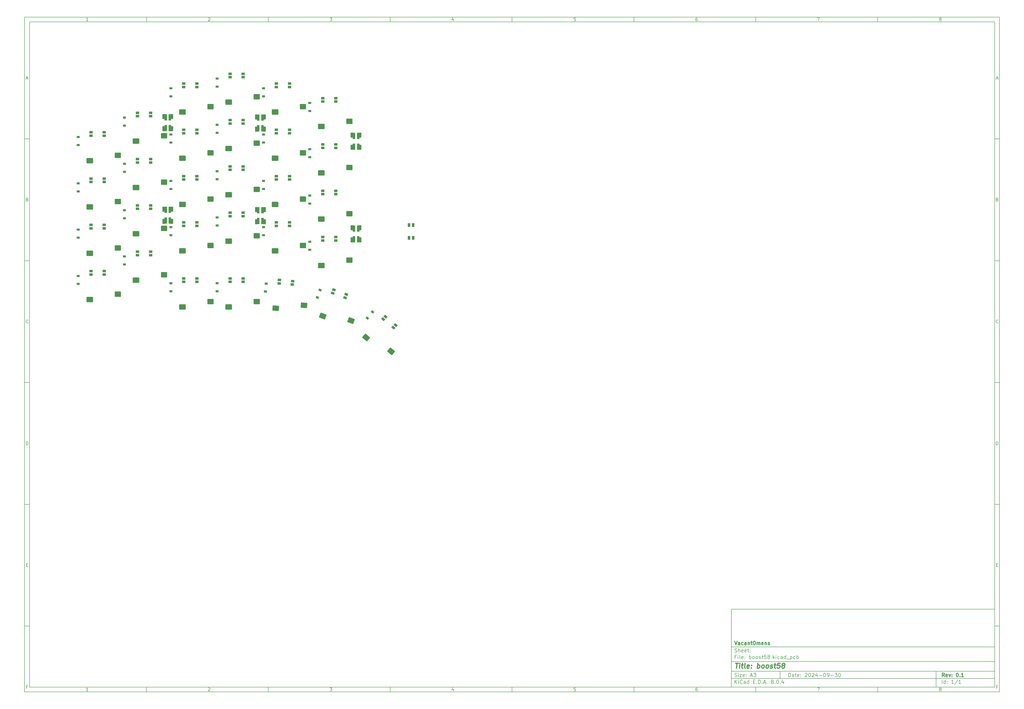
<source format=gbr>
%TF.GenerationSoftware,KiCad,Pcbnew,8.0.4*%
%TF.CreationDate,2024-11-02T00:03:45-06:00*%
%TF.ProjectId,boost58,626f6f73-7435-4382-9e6b-696361645f70,0.1*%
%TF.SameCoordinates,Original*%
%TF.FileFunction,Paste,Top*%
%TF.FilePolarity,Positive*%
%FSLAX46Y46*%
G04 Gerber Fmt 4.6, Leading zero omitted, Abs format (unit mm)*
G04 Created by KiCad (PCBNEW 8.0.4) date 2024-11-02 00:03:45*
%MOMM*%
%LPD*%
G01*
G04 APERTURE LIST*
G04 Aperture macros list*
%AMRoundRect*
0 Rectangle with rounded corners*
0 $1 Rounding radius*
0 $2 $3 $4 $5 $6 $7 $8 $9 X,Y pos of 4 corners*
0 Add a 4 corners polygon primitive as box body*
4,1,4,$2,$3,$4,$5,$6,$7,$8,$9,$2,$3,0*
0 Add four circle primitives for the rounded corners*
1,1,$1+$1,$2,$3*
1,1,$1+$1,$4,$5*
1,1,$1+$1,$6,$7*
1,1,$1+$1,$8,$9*
0 Add four rect primitives between the rounded corners*
20,1,$1+$1,$2,$3,$4,$5,0*
20,1,$1+$1,$4,$5,$6,$7,0*
20,1,$1+$1,$6,$7,$8,$9,0*
20,1,$1+$1,$8,$9,$2,$3,0*%
%AMRotRect*
0 Rectangle, with rotation*
0 The origin of the aperture is its center*
0 $1 length*
0 $2 width*
0 $3 Rotation angle, in degrees counterclockwise*
0 Add horizontal line*
21,1,$1,$2,0,0,$3*%
G04 Aperture macros list end*
%ADD10C,0.100000*%
%ADD11C,0.150000*%
%ADD12C,0.300000*%
%ADD13C,0.400000*%
%ADD14R,1.000000X2.600000*%
%ADD15R,1.200000X2.000000*%
%ADD16R,1.000000X1.550000*%
%ADD17RoundRect,0.215000X1.085000X0.860000X-1.085000X0.860000X-1.085000X-0.860000X1.085000X-0.860000X0*%
%ADD18RoundRect,0.215000X1.110000X0.860000X-1.110000X0.860000X-1.110000X-0.860000X1.110000X-0.860000X0*%
%ADD19RotRect,0.900000X1.200000X230.000000*%
%ADD20R,1.400000X1.000000*%
%ADD21R,1.200000X0.900000*%
%ADD22RotRect,0.900000X1.200000X265.000000*%
%ADD23RotRect,1.400000X1.000000X320.000000*%
%ADD24RoundRect,0.215000X1.383956X-0.038626X-0.278361X1.356223X-1.383956X0.038626X0.278361X-1.356223X0*%
%ADD25RoundRect,0.215000X1.403107X-0.054696X-0.297512X1.372292X-1.403107X0.054696X0.297512X-1.372292X0*%
%ADD26RotRect,1.400000X1.000000X355.000000*%
%ADD27RotRect,1.400000X1.000000X340.000000*%
%ADD28RoundRect,0.215000X1.313704X0.437044X-0.725429X1.179228X-1.313704X-0.437044X0.725429X-1.179228X0*%
%ADD29RoundRect,0.215000X1.337196X0.428493X-0.748921X1.187778X-1.337196X-0.428493X0.748921X-1.187778X0*%
%ADD30RotRect,0.900000X1.200000X250.000000*%
%ADD31RoundRect,0.215000X1.155825X0.762163X-1.005917X0.951291X-1.155825X-0.762163X1.005917X-0.951291X0*%
%ADD32RoundRect,0.215000X1.180730X0.759985X-1.030822X0.953470X-1.180730X-0.759985X1.030822X-0.953470X0*%
G04 APERTURE END LIST*
D10*
D11*
X299989000Y-253002200D02*
X407989000Y-253002200D01*
X407989000Y-285002200D01*
X299989000Y-285002200D01*
X299989000Y-253002200D01*
D10*
D11*
X10000000Y-10000000D02*
X409989000Y-10000000D01*
X409989000Y-287002200D01*
X10000000Y-287002200D01*
X10000000Y-10000000D01*
D10*
D11*
X12000000Y-12000000D02*
X407989000Y-12000000D01*
X407989000Y-285002200D01*
X12000000Y-285002200D01*
X12000000Y-12000000D01*
D10*
D11*
X60000000Y-12000000D02*
X60000000Y-10000000D01*
D10*
D11*
X110000000Y-12000000D02*
X110000000Y-10000000D01*
D10*
D11*
X160000000Y-12000000D02*
X160000000Y-10000000D01*
D10*
D11*
X210000000Y-12000000D02*
X210000000Y-10000000D01*
D10*
D11*
X260000000Y-12000000D02*
X260000000Y-10000000D01*
D10*
D11*
X310000000Y-12000000D02*
X310000000Y-10000000D01*
D10*
D11*
X360000000Y-12000000D02*
X360000000Y-10000000D01*
D10*
D11*
X36089160Y-11593604D02*
X35346303Y-11593604D01*
X35717731Y-11593604D02*
X35717731Y-10293604D01*
X35717731Y-10293604D02*
X35593922Y-10479319D01*
X35593922Y-10479319D02*
X35470112Y-10603128D01*
X35470112Y-10603128D02*
X35346303Y-10665033D01*
D10*
D11*
X85346303Y-10417414D02*
X85408207Y-10355509D01*
X85408207Y-10355509D02*
X85532017Y-10293604D01*
X85532017Y-10293604D02*
X85841541Y-10293604D01*
X85841541Y-10293604D02*
X85965350Y-10355509D01*
X85965350Y-10355509D02*
X86027255Y-10417414D01*
X86027255Y-10417414D02*
X86089160Y-10541223D01*
X86089160Y-10541223D02*
X86089160Y-10665033D01*
X86089160Y-10665033D02*
X86027255Y-10850747D01*
X86027255Y-10850747D02*
X85284398Y-11593604D01*
X85284398Y-11593604D02*
X86089160Y-11593604D01*
D10*
D11*
X135284398Y-10293604D02*
X136089160Y-10293604D01*
X136089160Y-10293604D02*
X135655826Y-10788842D01*
X135655826Y-10788842D02*
X135841541Y-10788842D01*
X135841541Y-10788842D02*
X135965350Y-10850747D01*
X135965350Y-10850747D02*
X136027255Y-10912652D01*
X136027255Y-10912652D02*
X136089160Y-11036461D01*
X136089160Y-11036461D02*
X136089160Y-11345985D01*
X136089160Y-11345985D02*
X136027255Y-11469795D01*
X136027255Y-11469795D02*
X135965350Y-11531700D01*
X135965350Y-11531700D02*
X135841541Y-11593604D01*
X135841541Y-11593604D02*
X135470112Y-11593604D01*
X135470112Y-11593604D02*
X135346303Y-11531700D01*
X135346303Y-11531700D02*
X135284398Y-11469795D01*
D10*
D11*
X185965350Y-10726938D02*
X185965350Y-11593604D01*
X185655826Y-10231700D02*
X185346303Y-11160271D01*
X185346303Y-11160271D02*
X186151064Y-11160271D01*
D10*
D11*
X236027255Y-10293604D02*
X235408207Y-10293604D01*
X235408207Y-10293604D02*
X235346303Y-10912652D01*
X235346303Y-10912652D02*
X235408207Y-10850747D01*
X235408207Y-10850747D02*
X235532017Y-10788842D01*
X235532017Y-10788842D02*
X235841541Y-10788842D01*
X235841541Y-10788842D02*
X235965350Y-10850747D01*
X235965350Y-10850747D02*
X236027255Y-10912652D01*
X236027255Y-10912652D02*
X236089160Y-11036461D01*
X236089160Y-11036461D02*
X236089160Y-11345985D01*
X236089160Y-11345985D02*
X236027255Y-11469795D01*
X236027255Y-11469795D02*
X235965350Y-11531700D01*
X235965350Y-11531700D02*
X235841541Y-11593604D01*
X235841541Y-11593604D02*
X235532017Y-11593604D01*
X235532017Y-11593604D02*
X235408207Y-11531700D01*
X235408207Y-11531700D02*
X235346303Y-11469795D01*
D10*
D11*
X285965350Y-10293604D02*
X285717731Y-10293604D01*
X285717731Y-10293604D02*
X285593922Y-10355509D01*
X285593922Y-10355509D02*
X285532017Y-10417414D01*
X285532017Y-10417414D02*
X285408207Y-10603128D01*
X285408207Y-10603128D02*
X285346303Y-10850747D01*
X285346303Y-10850747D02*
X285346303Y-11345985D01*
X285346303Y-11345985D02*
X285408207Y-11469795D01*
X285408207Y-11469795D02*
X285470112Y-11531700D01*
X285470112Y-11531700D02*
X285593922Y-11593604D01*
X285593922Y-11593604D02*
X285841541Y-11593604D01*
X285841541Y-11593604D02*
X285965350Y-11531700D01*
X285965350Y-11531700D02*
X286027255Y-11469795D01*
X286027255Y-11469795D02*
X286089160Y-11345985D01*
X286089160Y-11345985D02*
X286089160Y-11036461D01*
X286089160Y-11036461D02*
X286027255Y-10912652D01*
X286027255Y-10912652D02*
X285965350Y-10850747D01*
X285965350Y-10850747D02*
X285841541Y-10788842D01*
X285841541Y-10788842D02*
X285593922Y-10788842D01*
X285593922Y-10788842D02*
X285470112Y-10850747D01*
X285470112Y-10850747D02*
X285408207Y-10912652D01*
X285408207Y-10912652D02*
X285346303Y-11036461D01*
D10*
D11*
X335284398Y-10293604D02*
X336151064Y-10293604D01*
X336151064Y-10293604D02*
X335593922Y-11593604D01*
D10*
D11*
X385593922Y-10850747D02*
X385470112Y-10788842D01*
X385470112Y-10788842D02*
X385408207Y-10726938D01*
X385408207Y-10726938D02*
X385346303Y-10603128D01*
X385346303Y-10603128D02*
X385346303Y-10541223D01*
X385346303Y-10541223D02*
X385408207Y-10417414D01*
X385408207Y-10417414D02*
X385470112Y-10355509D01*
X385470112Y-10355509D02*
X385593922Y-10293604D01*
X385593922Y-10293604D02*
X385841541Y-10293604D01*
X385841541Y-10293604D02*
X385965350Y-10355509D01*
X385965350Y-10355509D02*
X386027255Y-10417414D01*
X386027255Y-10417414D02*
X386089160Y-10541223D01*
X386089160Y-10541223D02*
X386089160Y-10603128D01*
X386089160Y-10603128D02*
X386027255Y-10726938D01*
X386027255Y-10726938D02*
X385965350Y-10788842D01*
X385965350Y-10788842D02*
X385841541Y-10850747D01*
X385841541Y-10850747D02*
X385593922Y-10850747D01*
X385593922Y-10850747D02*
X385470112Y-10912652D01*
X385470112Y-10912652D02*
X385408207Y-10974557D01*
X385408207Y-10974557D02*
X385346303Y-11098366D01*
X385346303Y-11098366D02*
X385346303Y-11345985D01*
X385346303Y-11345985D02*
X385408207Y-11469795D01*
X385408207Y-11469795D02*
X385470112Y-11531700D01*
X385470112Y-11531700D02*
X385593922Y-11593604D01*
X385593922Y-11593604D02*
X385841541Y-11593604D01*
X385841541Y-11593604D02*
X385965350Y-11531700D01*
X385965350Y-11531700D02*
X386027255Y-11469795D01*
X386027255Y-11469795D02*
X386089160Y-11345985D01*
X386089160Y-11345985D02*
X386089160Y-11098366D01*
X386089160Y-11098366D02*
X386027255Y-10974557D01*
X386027255Y-10974557D02*
X385965350Y-10912652D01*
X385965350Y-10912652D02*
X385841541Y-10850747D01*
D10*
D11*
X60000000Y-285002200D02*
X60000000Y-287002200D01*
D10*
D11*
X110000000Y-285002200D02*
X110000000Y-287002200D01*
D10*
D11*
X160000000Y-285002200D02*
X160000000Y-287002200D01*
D10*
D11*
X210000000Y-285002200D02*
X210000000Y-287002200D01*
D10*
D11*
X260000000Y-285002200D02*
X260000000Y-287002200D01*
D10*
D11*
X310000000Y-285002200D02*
X310000000Y-287002200D01*
D10*
D11*
X360000000Y-285002200D02*
X360000000Y-287002200D01*
D10*
D11*
X36089160Y-286595804D02*
X35346303Y-286595804D01*
X35717731Y-286595804D02*
X35717731Y-285295804D01*
X35717731Y-285295804D02*
X35593922Y-285481519D01*
X35593922Y-285481519D02*
X35470112Y-285605328D01*
X35470112Y-285605328D02*
X35346303Y-285667233D01*
D10*
D11*
X85346303Y-285419614D02*
X85408207Y-285357709D01*
X85408207Y-285357709D02*
X85532017Y-285295804D01*
X85532017Y-285295804D02*
X85841541Y-285295804D01*
X85841541Y-285295804D02*
X85965350Y-285357709D01*
X85965350Y-285357709D02*
X86027255Y-285419614D01*
X86027255Y-285419614D02*
X86089160Y-285543423D01*
X86089160Y-285543423D02*
X86089160Y-285667233D01*
X86089160Y-285667233D02*
X86027255Y-285852947D01*
X86027255Y-285852947D02*
X85284398Y-286595804D01*
X85284398Y-286595804D02*
X86089160Y-286595804D01*
D10*
D11*
X135284398Y-285295804D02*
X136089160Y-285295804D01*
X136089160Y-285295804D02*
X135655826Y-285791042D01*
X135655826Y-285791042D02*
X135841541Y-285791042D01*
X135841541Y-285791042D02*
X135965350Y-285852947D01*
X135965350Y-285852947D02*
X136027255Y-285914852D01*
X136027255Y-285914852D02*
X136089160Y-286038661D01*
X136089160Y-286038661D02*
X136089160Y-286348185D01*
X136089160Y-286348185D02*
X136027255Y-286471995D01*
X136027255Y-286471995D02*
X135965350Y-286533900D01*
X135965350Y-286533900D02*
X135841541Y-286595804D01*
X135841541Y-286595804D02*
X135470112Y-286595804D01*
X135470112Y-286595804D02*
X135346303Y-286533900D01*
X135346303Y-286533900D02*
X135284398Y-286471995D01*
D10*
D11*
X185965350Y-285729138D02*
X185965350Y-286595804D01*
X185655826Y-285233900D02*
X185346303Y-286162471D01*
X185346303Y-286162471D02*
X186151064Y-286162471D01*
D10*
D11*
X236027255Y-285295804D02*
X235408207Y-285295804D01*
X235408207Y-285295804D02*
X235346303Y-285914852D01*
X235346303Y-285914852D02*
X235408207Y-285852947D01*
X235408207Y-285852947D02*
X235532017Y-285791042D01*
X235532017Y-285791042D02*
X235841541Y-285791042D01*
X235841541Y-285791042D02*
X235965350Y-285852947D01*
X235965350Y-285852947D02*
X236027255Y-285914852D01*
X236027255Y-285914852D02*
X236089160Y-286038661D01*
X236089160Y-286038661D02*
X236089160Y-286348185D01*
X236089160Y-286348185D02*
X236027255Y-286471995D01*
X236027255Y-286471995D02*
X235965350Y-286533900D01*
X235965350Y-286533900D02*
X235841541Y-286595804D01*
X235841541Y-286595804D02*
X235532017Y-286595804D01*
X235532017Y-286595804D02*
X235408207Y-286533900D01*
X235408207Y-286533900D02*
X235346303Y-286471995D01*
D10*
D11*
X285965350Y-285295804D02*
X285717731Y-285295804D01*
X285717731Y-285295804D02*
X285593922Y-285357709D01*
X285593922Y-285357709D02*
X285532017Y-285419614D01*
X285532017Y-285419614D02*
X285408207Y-285605328D01*
X285408207Y-285605328D02*
X285346303Y-285852947D01*
X285346303Y-285852947D02*
X285346303Y-286348185D01*
X285346303Y-286348185D02*
X285408207Y-286471995D01*
X285408207Y-286471995D02*
X285470112Y-286533900D01*
X285470112Y-286533900D02*
X285593922Y-286595804D01*
X285593922Y-286595804D02*
X285841541Y-286595804D01*
X285841541Y-286595804D02*
X285965350Y-286533900D01*
X285965350Y-286533900D02*
X286027255Y-286471995D01*
X286027255Y-286471995D02*
X286089160Y-286348185D01*
X286089160Y-286348185D02*
X286089160Y-286038661D01*
X286089160Y-286038661D02*
X286027255Y-285914852D01*
X286027255Y-285914852D02*
X285965350Y-285852947D01*
X285965350Y-285852947D02*
X285841541Y-285791042D01*
X285841541Y-285791042D02*
X285593922Y-285791042D01*
X285593922Y-285791042D02*
X285470112Y-285852947D01*
X285470112Y-285852947D02*
X285408207Y-285914852D01*
X285408207Y-285914852D02*
X285346303Y-286038661D01*
D10*
D11*
X335284398Y-285295804D02*
X336151064Y-285295804D01*
X336151064Y-285295804D02*
X335593922Y-286595804D01*
D10*
D11*
X385593922Y-285852947D02*
X385470112Y-285791042D01*
X385470112Y-285791042D02*
X385408207Y-285729138D01*
X385408207Y-285729138D02*
X385346303Y-285605328D01*
X385346303Y-285605328D02*
X385346303Y-285543423D01*
X385346303Y-285543423D02*
X385408207Y-285419614D01*
X385408207Y-285419614D02*
X385470112Y-285357709D01*
X385470112Y-285357709D02*
X385593922Y-285295804D01*
X385593922Y-285295804D02*
X385841541Y-285295804D01*
X385841541Y-285295804D02*
X385965350Y-285357709D01*
X385965350Y-285357709D02*
X386027255Y-285419614D01*
X386027255Y-285419614D02*
X386089160Y-285543423D01*
X386089160Y-285543423D02*
X386089160Y-285605328D01*
X386089160Y-285605328D02*
X386027255Y-285729138D01*
X386027255Y-285729138D02*
X385965350Y-285791042D01*
X385965350Y-285791042D02*
X385841541Y-285852947D01*
X385841541Y-285852947D02*
X385593922Y-285852947D01*
X385593922Y-285852947D02*
X385470112Y-285914852D01*
X385470112Y-285914852D02*
X385408207Y-285976757D01*
X385408207Y-285976757D02*
X385346303Y-286100566D01*
X385346303Y-286100566D02*
X385346303Y-286348185D01*
X385346303Y-286348185D02*
X385408207Y-286471995D01*
X385408207Y-286471995D02*
X385470112Y-286533900D01*
X385470112Y-286533900D02*
X385593922Y-286595804D01*
X385593922Y-286595804D02*
X385841541Y-286595804D01*
X385841541Y-286595804D02*
X385965350Y-286533900D01*
X385965350Y-286533900D02*
X386027255Y-286471995D01*
X386027255Y-286471995D02*
X386089160Y-286348185D01*
X386089160Y-286348185D02*
X386089160Y-286100566D01*
X386089160Y-286100566D02*
X386027255Y-285976757D01*
X386027255Y-285976757D02*
X385965350Y-285914852D01*
X385965350Y-285914852D02*
X385841541Y-285852947D01*
D10*
D11*
X10000000Y-60000000D02*
X12000000Y-60000000D01*
D10*
D11*
X10000000Y-110000000D02*
X12000000Y-110000000D01*
D10*
D11*
X10000000Y-160000000D02*
X12000000Y-160000000D01*
D10*
D11*
X10000000Y-210000000D02*
X12000000Y-210000000D01*
D10*
D11*
X10000000Y-260000000D02*
X12000000Y-260000000D01*
D10*
D11*
X10690476Y-35222176D02*
X11309523Y-35222176D01*
X10566666Y-35593604D02*
X10999999Y-34293604D01*
X10999999Y-34293604D02*
X11433333Y-35593604D01*
D10*
D11*
X11092857Y-84912652D02*
X11278571Y-84974557D01*
X11278571Y-84974557D02*
X11340476Y-85036461D01*
X11340476Y-85036461D02*
X11402380Y-85160271D01*
X11402380Y-85160271D02*
X11402380Y-85345985D01*
X11402380Y-85345985D02*
X11340476Y-85469795D01*
X11340476Y-85469795D02*
X11278571Y-85531700D01*
X11278571Y-85531700D02*
X11154761Y-85593604D01*
X11154761Y-85593604D02*
X10659523Y-85593604D01*
X10659523Y-85593604D02*
X10659523Y-84293604D01*
X10659523Y-84293604D02*
X11092857Y-84293604D01*
X11092857Y-84293604D02*
X11216666Y-84355509D01*
X11216666Y-84355509D02*
X11278571Y-84417414D01*
X11278571Y-84417414D02*
X11340476Y-84541223D01*
X11340476Y-84541223D02*
X11340476Y-84665033D01*
X11340476Y-84665033D02*
X11278571Y-84788842D01*
X11278571Y-84788842D02*
X11216666Y-84850747D01*
X11216666Y-84850747D02*
X11092857Y-84912652D01*
X11092857Y-84912652D02*
X10659523Y-84912652D01*
D10*
D11*
X11402380Y-135469795D02*
X11340476Y-135531700D01*
X11340476Y-135531700D02*
X11154761Y-135593604D01*
X11154761Y-135593604D02*
X11030952Y-135593604D01*
X11030952Y-135593604D02*
X10845238Y-135531700D01*
X10845238Y-135531700D02*
X10721428Y-135407890D01*
X10721428Y-135407890D02*
X10659523Y-135284080D01*
X10659523Y-135284080D02*
X10597619Y-135036461D01*
X10597619Y-135036461D02*
X10597619Y-134850747D01*
X10597619Y-134850747D02*
X10659523Y-134603128D01*
X10659523Y-134603128D02*
X10721428Y-134479319D01*
X10721428Y-134479319D02*
X10845238Y-134355509D01*
X10845238Y-134355509D02*
X11030952Y-134293604D01*
X11030952Y-134293604D02*
X11154761Y-134293604D01*
X11154761Y-134293604D02*
X11340476Y-134355509D01*
X11340476Y-134355509D02*
X11402380Y-134417414D01*
D10*
D11*
X10659523Y-185593604D02*
X10659523Y-184293604D01*
X10659523Y-184293604D02*
X10969047Y-184293604D01*
X10969047Y-184293604D02*
X11154761Y-184355509D01*
X11154761Y-184355509D02*
X11278571Y-184479319D01*
X11278571Y-184479319D02*
X11340476Y-184603128D01*
X11340476Y-184603128D02*
X11402380Y-184850747D01*
X11402380Y-184850747D02*
X11402380Y-185036461D01*
X11402380Y-185036461D02*
X11340476Y-185284080D01*
X11340476Y-185284080D02*
X11278571Y-185407890D01*
X11278571Y-185407890D02*
X11154761Y-185531700D01*
X11154761Y-185531700D02*
X10969047Y-185593604D01*
X10969047Y-185593604D02*
X10659523Y-185593604D01*
D10*
D11*
X10721428Y-234912652D02*
X11154762Y-234912652D01*
X11340476Y-235593604D02*
X10721428Y-235593604D01*
X10721428Y-235593604D02*
X10721428Y-234293604D01*
X10721428Y-234293604D02*
X11340476Y-234293604D01*
D10*
D11*
X11185714Y-284912652D02*
X10752380Y-284912652D01*
X10752380Y-285593604D02*
X10752380Y-284293604D01*
X10752380Y-284293604D02*
X11371428Y-284293604D01*
D10*
D11*
X409989000Y-60000000D02*
X407989000Y-60000000D01*
D10*
D11*
X409989000Y-110000000D02*
X407989000Y-110000000D01*
D10*
D11*
X409989000Y-160000000D02*
X407989000Y-160000000D01*
D10*
D11*
X409989000Y-210000000D02*
X407989000Y-210000000D01*
D10*
D11*
X409989000Y-260000000D02*
X407989000Y-260000000D01*
D10*
D11*
X408679476Y-35222176D02*
X409298523Y-35222176D01*
X408555666Y-35593604D02*
X408988999Y-34293604D01*
X408988999Y-34293604D02*
X409422333Y-35593604D01*
D10*
D11*
X409081857Y-84912652D02*
X409267571Y-84974557D01*
X409267571Y-84974557D02*
X409329476Y-85036461D01*
X409329476Y-85036461D02*
X409391380Y-85160271D01*
X409391380Y-85160271D02*
X409391380Y-85345985D01*
X409391380Y-85345985D02*
X409329476Y-85469795D01*
X409329476Y-85469795D02*
X409267571Y-85531700D01*
X409267571Y-85531700D02*
X409143761Y-85593604D01*
X409143761Y-85593604D02*
X408648523Y-85593604D01*
X408648523Y-85593604D02*
X408648523Y-84293604D01*
X408648523Y-84293604D02*
X409081857Y-84293604D01*
X409081857Y-84293604D02*
X409205666Y-84355509D01*
X409205666Y-84355509D02*
X409267571Y-84417414D01*
X409267571Y-84417414D02*
X409329476Y-84541223D01*
X409329476Y-84541223D02*
X409329476Y-84665033D01*
X409329476Y-84665033D02*
X409267571Y-84788842D01*
X409267571Y-84788842D02*
X409205666Y-84850747D01*
X409205666Y-84850747D02*
X409081857Y-84912652D01*
X409081857Y-84912652D02*
X408648523Y-84912652D01*
D10*
D11*
X409391380Y-135469795D02*
X409329476Y-135531700D01*
X409329476Y-135531700D02*
X409143761Y-135593604D01*
X409143761Y-135593604D02*
X409019952Y-135593604D01*
X409019952Y-135593604D02*
X408834238Y-135531700D01*
X408834238Y-135531700D02*
X408710428Y-135407890D01*
X408710428Y-135407890D02*
X408648523Y-135284080D01*
X408648523Y-135284080D02*
X408586619Y-135036461D01*
X408586619Y-135036461D02*
X408586619Y-134850747D01*
X408586619Y-134850747D02*
X408648523Y-134603128D01*
X408648523Y-134603128D02*
X408710428Y-134479319D01*
X408710428Y-134479319D02*
X408834238Y-134355509D01*
X408834238Y-134355509D02*
X409019952Y-134293604D01*
X409019952Y-134293604D02*
X409143761Y-134293604D01*
X409143761Y-134293604D02*
X409329476Y-134355509D01*
X409329476Y-134355509D02*
X409391380Y-134417414D01*
D10*
D11*
X408648523Y-185593604D02*
X408648523Y-184293604D01*
X408648523Y-184293604D02*
X408958047Y-184293604D01*
X408958047Y-184293604D02*
X409143761Y-184355509D01*
X409143761Y-184355509D02*
X409267571Y-184479319D01*
X409267571Y-184479319D02*
X409329476Y-184603128D01*
X409329476Y-184603128D02*
X409391380Y-184850747D01*
X409391380Y-184850747D02*
X409391380Y-185036461D01*
X409391380Y-185036461D02*
X409329476Y-185284080D01*
X409329476Y-185284080D02*
X409267571Y-185407890D01*
X409267571Y-185407890D02*
X409143761Y-185531700D01*
X409143761Y-185531700D02*
X408958047Y-185593604D01*
X408958047Y-185593604D02*
X408648523Y-185593604D01*
D10*
D11*
X408710428Y-234912652D02*
X409143762Y-234912652D01*
X409329476Y-235593604D02*
X408710428Y-235593604D01*
X408710428Y-235593604D02*
X408710428Y-234293604D01*
X408710428Y-234293604D02*
X409329476Y-234293604D01*
D10*
D11*
X409174714Y-284912652D02*
X408741380Y-284912652D01*
X408741380Y-285593604D02*
X408741380Y-284293604D01*
X408741380Y-284293604D02*
X409360428Y-284293604D01*
D10*
D11*
X323444826Y-280788328D02*
X323444826Y-279288328D01*
X323444826Y-279288328D02*
X323801969Y-279288328D01*
X323801969Y-279288328D02*
X324016255Y-279359757D01*
X324016255Y-279359757D02*
X324159112Y-279502614D01*
X324159112Y-279502614D02*
X324230541Y-279645471D01*
X324230541Y-279645471D02*
X324301969Y-279931185D01*
X324301969Y-279931185D02*
X324301969Y-280145471D01*
X324301969Y-280145471D02*
X324230541Y-280431185D01*
X324230541Y-280431185D02*
X324159112Y-280574042D01*
X324159112Y-280574042D02*
X324016255Y-280716900D01*
X324016255Y-280716900D02*
X323801969Y-280788328D01*
X323801969Y-280788328D02*
X323444826Y-280788328D01*
X325587684Y-280788328D02*
X325587684Y-280002614D01*
X325587684Y-280002614D02*
X325516255Y-279859757D01*
X325516255Y-279859757D02*
X325373398Y-279788328D01*
X325373398Y-279788328D02*
X325087684Y-279788328D01*
X325087684Y-279788328D02*
X324944826Y-279859757D01*
X325587684Y-280716900D02*
X325444826Y-280788328D01*
X325444826Y-280788328D02*
X325087684Y-280788328D01*
X325087684Y-280788328D02*
X324944826Y-280716900D01*
X324944826Y-280716900D02*
X324873398Y-280574042D01*
X324873398Y-280574042D02*
X324873398Y-280431185D01*
X324873398Y-280431185D02*
X324944826Y-280288328D01*
X324944826Y-280288328D02*
X325087684Y-280216900D01*
X325087684Y-280216900D02*
X325444826Y-280216900D01*
X325444826Y-280216900D02*
X325587684Y-280145471D01*
X326087684Y-279788328D02*
X326659112Y-279788328D01*
X326301969Y-279288328D02*
X326301969Y-280574042D01*
X326301969Y-280574042D02*
X326373398Y-280716900D01*
X326373398Y-280716900D02*
X326516255Y-280788328D01*
X326516255Y-280788328D02*
X326659112Y-280788328D01*
X327730541Y-280716900D02*
X327587684Y-280788328D01*
X327587684Y-280788328D02*
X327301970Y-280788328D01*
X327301970Y-280788328D02*
X327159112Y-280716900D01*
X327159112Y-280716900D02*
X327087684Y-280574042D01*
X327087684Y-280574042D02*
X327087684Y-280002614D01*
X327087684Y-280002614D02*
X327159112Y-279859757D01*
X327159112Y-279859757D02*
X327301970Y-279788328D01*
X327301970Y-279788328D02*
X327587684Y-279788328D01*
X327587684Y-279788328D02*
X327730541Y-279859757D01*
X327730541Y-279859757D02*
X327801970Y-280002614D01*
X327801970Y-280002614D02*
X327801970Y-280145471D01*
X327801970Y-280145471D02*
X327087684Y-280288328D01*
X328444826Y-280645471D02*
X328516255Y-280716900D01*
X328516255Y-280716900D02*
X328444826Y-280788328D01*
X328444826Y-280788328D02*
X328373398Y-280716900D01*
X328373398Y-280716900D02*
X328444826Y-280645471D01*
X328444826Y-280645471D02*
X328444826Y-280788328D01*
X328444826Y-279859757D02*
X328516255Y-279931185D01*
X328516255Y-279931185D02*
X328444826Y-280002614D01*
X328444826Y-280002614D02*
X328373398Y-279931185D01*
X328373398Y-279931185D02*
X328444826Y-279859757D01*
X328444826Y-279859757D02*
X328444826Y-280002614D01*
X330230541Y-279431185D02*
X330301969Y-279359757D01*
X330301969Y-279359757D02*
X330444827Y-279288328D01*
X330444827Y-279288328D02*
X330801969Y-279288328D01*
X330801969Y-279288328D02*
X330944827Y-279359757D01*
X330944827Y-279359757D02*
X331016255Y-279431185D01*
X331016255Y-279431185D02*
X331087684Y-279574042D01*
X331087684Y-279574042D02*
X331087684Y-279716900D01*
X331087684Y-279716900D02*
X331016255Y-279931185D01*
X331016255Y-279931185D02*
X330159112Y-280788328D01*
X330159112Y-280788328D02*
X331087684Y-280788328D01*
X332016255Y-279288328D02*
X332159112Y-279288328D01*
X332159112Y-279288328D02*
X332301969Y-279359757D01*
X332301969Y-279359757D02*
X332373398Y-279431185D01*
X332373398Y-279431185D02*
X332444826Y-279574042D01*
X332444826Y-279574042D02*
X332516255Y-279859757D01*
X332516255Y-279859757D02*
X332516255Y-280216900D01*
X332516255Y-280216900D02*
X332444826Y-280502614D01*
X332444826Y-280502614D02*
X332373398Y-280645471D01*
X332373398Y-280645471D02*
X332301969Y-280716900D01*
X332301969Y-280716900D02*
X332159112Y-280788328D01*
X332159112Y-280788328D02*
X332016255Y-280788328D01*
X332016255Y-280788328D02*
X331873398Y-280716900D01*
X331873398Y-280716900D02*
X331801969Y-280645471D01*
X331801969Y-280645471D02*
X331730540Y-280502614D01*
X331730540Y-280502614D02*
X331659112Y-280216900D01*
X331659112Y-280216900D02*
X331659112Y-279859757D01*
X331659112Y-279859757D02*
X331730540Y-279574042D01*
X331730540Y-279574042D02*
X331801969Y-279431185D01*
X331801969Y-279431185D02*
X331873398Y-279359757D01*
X331873398Y-279359757D02*
X332016255Y-279288328D01*
X333087683Y-279431185D02*
X333159111Y-279359757D01*
X333159111Y-279359757D02*
X333301969Y-279288328D01*
X333301969Y-279288328D02*
X333659111Y-279288328D01*
X333659111Y-279288328D02*
X333801969Y-279359757D01*
X333801969Y-279359757D02*
X333873397Y-279431185D01*
X333873397Y-279431185D02*
X333944826Y-279574042D01*
X333944826Y-279574042D02*
X333944826Y-279716900D01*
X333944826Y-279716900D02*
X333873397Y-279931185D01*
X333873397Y-279931185D02*
X333016254Y-280788328D01*
X333016254Y-280788328D02*
X333944826Y-280788328D01*
X335230540Y-279788328D02*
X335230540Y-280788328D01*
X334873397Y-279216900D02*
X334516254Y-280288328D01*
X334516254Y-280288328D02*
X335444825Y-280288328D01*
X336016253Y-280216900D02*
X337159111Y-280216900D01*
X338159111Y-279288328D02*
X338301968Y-279288328D01*
X338301968Y-279288328D02*
X338444825Y-279359757D01*
X338444825Y-279359757D02*
X338516254Y-279431185D01*
X338516254Y-279431185D02*
X338587682Y-279574042D01*
X338587682Y-279574042D02*
X338659111Y-279859757D01*
X338659111Y-279859757D02*
X338659111Y-280216900D01*
X338659111Y-280216900D02*
X338587682Y-280502614D01*
X338587682Y-280502614D02*
X338516254Y-280645471D01*
X338516254Y-280645471D02*
X338444825Y-280716900D01*
X338444825Y-280716900D02*
X338301968Y-280788328D01*
X338301968Y-280788328D02*
X338159111Y-280788328D01*
X338159111Y-280788328D02*
X338016254Y-280716900D01*
X338016254Y-280716900D02*
X337944825Y-280645471D01*
X337944825Y-280645471D02*
X337873396Y-280502614D01*
X337873396Y-280502614D02*
X337801968Y-280216900D01*
X337801968Y-280216900D02*
X337801968Y-279859757D01*
X337801968Y-279859757D02*
X337873396Y-279574042D01*
X337873396Y-279574042D02*
X337944825Y-279431185D01*
X337944825Y-279431185D02*
X338016254Y-279359757D01*
X338016254Y-279359757D02*
X338159111Y-279288328D01*
X339373396Y-280788328D02*
X339659110Y-280788328D01*
X339659110Y-280788328D02*
X339801967Y-280716900D01*
X339801967Y-280716900D02*
X339873396Y-280645471D01*
X339873396Y-280645471D02*
X340016253Y-280431185D01*
X340016253Y-280431185D02*
X340087682Y-280145471D01*
X340087682Y-280145471D02*
X340087682Y-279574042D01*
X340087682Y-279574042D02*
X340016253Y-279431185D01*
X340016253Y-279431185D02*
X339944825Y-279359757D01*
X339944825Y-279359757D02*
X339801967Y-279288328D01*
X339801967Y-279288328D02*
X339516253Y-279288328D01*
X339516253Y-279288328D02*
X339373396Y-279359757D01*
X339373396Y-279359757D02*
X339301967Y-279431185D01*
X339301967Y-279431185D02*
X339230539Y-279574042D01*
X339230539Y-279574042D02*
X339230539Y-279931185D01*
X339230539Y-279931185D02*
X339301967Y-280074042D01*
X339301967Y-280074042D02*
X339373396Y-280145471D01*
X339373396Y-280145471D02*
X339516253Y-280216900D01*
X339516253Y-280216900D02*
X339801967Y-280216900D01*
X339801967Y-280216900D02*
X339944825Y-280145471D01*
X339944825Y-280145471D02*
X340016253Y-280074042D01*
X340016253Y-280074042D02*
X340087682Y-279931185D01*
X340730538Y-280216900D02*
X341873396Y-280216900D01*
X342444824Y-279288328D02*
X343373396Y-279288328D01*
X343373396Y-279288328D02*
X342873396Y-279859757D01*
X342873396Y-279859757D02*
X343087681Y-279859757D01*
X343087681Y-279859757D02*
X343230539Y-279931185D01*
X343230539Y-279931185D02*
X343301967Y-280002614D01*
X343301967Y-280002614D02*
X343373396Y-280145471D01*
X343373396Y-280145471D02*
X343373396Y-280502614D01*
X343373396Y-280502614D02*
X343301967Y-280645471D01*
X343301967Y-280645471D02*
X343230539Y-280716900D01*
X343230539Y-280716900D02*
X343087681Y-280788328D01*
X343087681Y-280788328D02*
X342659110Y-280788328D01*
X342659110Y-280788328D02*
X342516253Y-280716900D01*
X342516253Y-280716900D02*
X342444824Y-280645471D01*
X344301967Y-279288328D02*
X344444824Y-279288328D01*
X344444824Y-279288328D02*
X344587681Y-279359757D01*
X344587681Y-279359757D02*
X344659110Y-279431185D01*
X344659110Y-279431185D02*
X344730538Y-279574042D01*
X344730538Y-279574042D02*
X344801967Y-279859757D01*
X344801967Y-279859757D02*
X344801967Y-280216900D01*
X344801967Y-280216900D02*
X344730538Y-280502614D01*
X344730538Y-280502614D02*
X344659110Y-280645471D01*
X344659110Y-280645471D02*
X344587681Y-280716900D01*
X344587681Y-280716900D02*
X344444824Y-280788328D01*
X344444824Y-280788328D02*
X344301967Y-280788328D01*
X344301967Y-280788328D02*
X344159110Y-280716900D01*
X344159110Y-280716900D02*
X344087681Y-280645471D01*
X344087681Y-280645471D02*
X344016252Y-280502614D01*
X344016252Y-280502614D02*
X343944824Y-280216900D01*
X343944824Y-280216900D02*
X343944824Y-279859757D01*
X343944824Y-279859757D02*
X344016252Y-279574042D01*
X344016252Y-279574042D02*
X344087681Y-279431185D01*
X344087681Y-279431185D02*
X344159110Y-279359757D01*
X344159110Y-279359757D02*
X344301967Y-279288328D01*
D10*
D11*
X299989000Y-281502200D02*
X407989000Y-281502200D01*
D10*
D11*
X301444826Y-283588328D02*
X301444826Y-282088328D01*
X302301969Y-283588328D02*
X301659112Y-282731185D01*
X302301969Y-282088328D02*
X301444826Y-282945471D01*
X302944826Y-283588328D02*
X302944826Y-282588328D01*
X302944826Y-282088328D02*
X302873398Y-282159757D01*
X302873398Y-282159757D02*
X302944826Y-282231185D01*
X302944826Y-282231185D02*
X303016255Y-282159757D01*
X303016255Y-282159757D02*
X302944826Y-282088328D01*
X302944826Y-282088328D02*
X302944826Y-282231185D01*
X304516255Y-283445471D02*
X304444827Y-283516900D01*
X304444827Y-283516900D02*
X304230541Y-283588328D01*
X304230541Y-283588328D02*
X304087684Y-283588328D01*
X304087684Y-283588328D02*
X303873398Y-283516900D01*
X303873398Y-283516900D02*
X303730541Y-283374042D01*
X303730541Y-283374042D02*
X303659112Y-283231185D01*
X303659112Y-283231185D02*
X303587684Y-282945471D01*
X303587684Y-282945471D02*
X303587684Y-282731185D01*
X303587684Y-282731185D02*
X303659112Y-282445471D01*
X303659112Y-282445471D02*
X303730541Y-282302614D01*
X303730541Y-282302614D02*
X303873398Y-282159757D01*
X303873398Y-282159757D02*
X304087684Y-282088328D01*
X304087684Y-282088328D02*
X304230541Y-282088328D01*
X304230541Y-282088328D02*
X304444827Y-282159757D01*
X304444827Y-282159757D02*
X304516255Y-282231185D01*
X305801970Y-283588328D02*
X305801970Y-282802614D01*
X305801970Y-282802614D02*
X305730541Y-282659757D01*
X305730541Y-282659757D02*
X305587684Y-282588328D01*
X305587684Y-282588328D02*
X305301970Y-282588328D01*
X305301970Y-282588328D02*
X305159112Y-282659757D01*
X305801970Y-283516900D02*
X305659112Y-283588328D01*
X305659112Y-283588328D02*
X305301970Y-283588328D01*
X305301970Y-283588328D02*
X305159112Y-283516900D01*
X305159112Y-283516900D02*
X305087684Y-283374042D01*
X305087684Y-283374042D02*
X305087684Y-283231185D01*
X305087684Y-283231185D02*
X305159112Y-283088328D01*
X305159112Y-283088328D02*
X305301970Y-283016900D01*
X305301970Y-283016900D02*
X305659112Y-283016900D01*
X305659112Y-283016900D02*
X305801970Y-282945471D01*
X307159113Y-283588328D02*
X307159113Y-282088328D01*
X307159113Y-283516900D02*
X307016255Y-283588328D01*
X307016255Y-283588328D02*
X306730541Y-283588328D01*
X306730541Y-283588328D02*
X306587684Y-283516900D01*
X306587684Y-283516900D02*
X306516255Y-283445471D01*
X306516255Y-283445471D02*
X306444827Y-283302614D01*
X306444827Y-283302614D02*
X306444827Y-282874042D01*
X306444827Y-282874042D02*
X306516255Y-282731185D01*
X306516255Y-282731185D02*
X306587684Y-282659757D01*
X306587684Y-282659757D02*
X306730541Y-282588328D01*
X306730541Y-282588328D02*
X307016255Y-282588328D01*
X307016255Y-282588328D02*
X307159113Y-282659757D01*
X309016255Y-282802614D02*
X309516255Y-282802614D01*
X309730541Y-283588328D02*
X309016255Y-283588328D01*
X309016255Y-283588328D02*
X309016255Y-282088328D01*
X309016255Y-282088328D02*
X309730541Y-282088328D01*
X310373398Y-283445471D02*
X310444827Y-283516900D01*
X310444827Y-283516900D02*
X310373398Y-283588328D01*
X310373398Y-283588328D02*
X310301970Y-283516900D01*
X310301970Y-283516900D02*
X310373398Y-283445471D01*
X310373398Y-283445471D02*
X310373398Y-283588328D01*
X311087684Y-283588328D02*
X311087684Y-282088328D01*
X311087684Y-282088328D02*
X311444827Y-282088328D01*
X311444827Y-282088328D02*
X311659113Y-282159757D01*
X311659113Y-282159757D02*
X311801970Y-282302614D01*
X311801970Y-282302614D02*
X311873399Y-282445471D01*
X311873399Y-282445471D02*
X311944827Y-282731185D01*
X311944827Y-282731185D02*
X311944827Y-282945471D01*
X311944827Y-282945471D02*
X311873399Y-283231185D01*
X311873399Y-283231185D02*
X311801970Y-283374042D01*
X311801970Y-283374042D02*
X311659113Y-283516900D01*
X311659113Y-283516900D02*
X311444827Y-283588328D01*
X311444827Y-283588328D02*
X311087684Y-283588328D01*
X312587684Y-283445471D02*
X312659113Y-283516900D01*
X312659113Y-283516900D02*
X312587684Y-283588328D01*
X312587684Y-283588328D02*
X312516256Y-283516900D01*
X312516256Y-283516900D02*
X312587684Y-283445471D01*
X312587684Y-283445471D02*
X312587684Y-283588328D01*
X313230542Y-283159757D02*
X313944828Y-283159757D01*
X313087685Y-283588328D02*
X313587685Y-282088328D01*
X313587685Y-282088328D02*
X314087685Y-283588328D01*
X314587684Y-283445471D02*
X314659113Y-283516900D01*
X314659113Y-283516900D02*
X314587684Y-283588328D01*
X314587684Y-283588328D02*
X314516256Y-283516900D01*
X314516256Y-283516900D02*
X314587684Y-283445471D01*
X314587684Y-283445471D02*
X314587684Y-283588328D01*
X316659113Y-282731185D02*
X316516256Y-282659757D01*
X316516256Y-282659757D02*
X316444827Y-282588328D01*
X316444827Y-282588328D02*
X316373399Y-282445471D01*
X316373399Y-282445471D02*
X316373399Y-282374042D01*
X316373399Y-282374042D02*
X316444827Y-282231185D01*
X316444827Y-282231185D02*
X316516256Y-282159757D01*
X316516256Y-282159757D02*
X316659113Y-282088328D01*
X316659113Y-282088328D02*
X316944827Y-282088328D01*
X316944827Y-282088328D02*
X317087685Y-282159757D01*
X317087685Y-282159757D02*
X317159113Y-282231185D01*
X317159113Y-282231185D02*
X317230542Y-282374042D01*
X317230542Y-282374042D02*
X317230542Y-282445471D01*
X317230542Y-282445471D02*
X317159113Y-282588328D01*
X317159113Y-282588328D02*
X317087685Y-282659757D01*
X317087685Y-282659757D02*
X316944827Y-282731185D01*
X316944827Y-282731185D02*
X316659113Y-282731185D01*
X316659113Y-282731185D02*
X316516256Y-282802614D01*
X316516256Y-282802614D02*
X316444827Y-282874042D01*
X316444827Y-282874042D02*
X316373399Y-283016900D01*
X316373399Y-283016900D02*
X316373399Y-283302614D01*
X316373399Y-283302614D02*
X316444827Y-283445471D01*
X316444827Y-283445471D02*
X316516256Y-283516900D01*
X316516256Y-283516900D02*
X316659113Y-283588328D01*
X316659113Y-283588328D02*
X316944827Y-283588328D01*
X316944827Y-283588328D02*
X317087685Y-283516900D01*
X317087685Y-283516900D02*
X317159113Y-283445471D01*
X317159113Y-283445471D02*
X317230542Y-283302614D01*
X317230542Y-283302614D02*
X317230542Y-283016900D01*
X317230542Y-283016900D02*
X317159113Y-282874042D01*
X317159113Y-282874042D02*
X317087685Y-282802614D01*
X317087685Y-282802614D02*
X316944827Y-282731185D01*
X317873398Y-283445471D02*
X317944827Y-283516900D01*
X317944827Y-283516900D02*
X317873398Y-283588328D01*
X317873398Y-283588328D02*
X317801970Y-283516900D01*
X317801970Y-283516900D02*
X317873398Y-283445471D01*
X317873398Y-283445471D02*
X317873398Y-283588328D01*
X318873399Y-282088328D02*
X319016256Y-282088328D01*
X319016256Y-282088328D02*
X319159113Y-282159757D01*
X319159113Y-282159757D02*
X319230542Y-282231185D01*
X319230542Y-282231185D02*
X319301970Y-282374042D01*
X319301970Y-282374042D02*
X319373399Y-282659757D01*
X319373399Y-282659757D02*
X319373399Y-283016900D01*
X319373399Y-283016900D02*
X319301970Y-283302614D01*
X319301970Y-283302614D02*
X319230542Y-283445471D01*
X319230542Y-283445471D02*
X319159113Y-283516900D01*
X319159113Y-283516900D02*
X319016256Y-283588328D01*
X319016256Y-283588328D02*
X318873399Y-283588328D01*
X318873399Y-283588328D02*
X318730542Y-283516900D01*
X318730542Y-283516900D02*
X318659113Y-283445471D01*
X318659113Y-283445471D02*
X318587684Y-283302614D01*
X318587684Y-283302614D02*
X318516256Y-283016900D01*
X318516256Y-283016900D02*
X318516256Y-282659757D01*
X318516256Y-282659757D02*
X318587684Y-282374042D01*
X318587684Y-282374042D02*
X318659113Y-282231185D01*
X318659113Y-282231185D02*
X318730542Y-282159757D01*
X318730542Y-282159757D02*
X318873399Y-282088328D01*
X320016255Y-283445471D02*
X320087684Y-283516900D01*
X320087684Y-283516900D02*
X320016255Y-283588328D01*
X320016255Y-283588328D02*
X319944827Y-283516900D01*
X319944827Y-283516900D02*
X320016255Y-283445471D01*
X320016255Y-283445471D02*
X320016255Y-283588328D01*
X321373399Y-282588328D02*
X321373399Y-283588328D01*
X321016256Y-282016900D02*
X320659113Y-283088328D01*
X320659113Y-283088328D02*
X321587684Y-283088328D01*
D10*
D11*
X299989000Y-278502200D02*
X407989000Y-278502200D01*
D10*
D12*
X387400653Y-280780528D02*
X386900653Y-280066242D01*
X386543510Y-280780528D02*
X386543510Y-279280528D01*
X386543510Y-279280528D02*
X387114939Y-279280528D01*
X387114939Y-279280528D02*
X387257796Y-279351957D01*
X387257796Y-279351957D02*
X387329225Y-279423385D01*
X387329225Y-279423385D02*
X387400653Y-279566242D01*
X387400653Y-279566242D02*
X387400653Y-279780528D01*
X387400653Y-279780528D02*
X387329225Y-279923385D01*
X387329225Y-279923385D02*
X387257796Y-279994814D01*
X387257796Y-279994814D02*
X387114939Y-280066242D01*
X387114939Y-280066242D02*
X386543510Y-280066242D01*
X388614939Y-280709100D02*
X388472082Y-280780528D01*
X388472082Y-280780528D02*
X388186368Y-280780528D01*
X388186368Y-280780528D02*
X388043510Y-280709100D01*
X388043510Y-280709100D02*
X387972082Y-280566242D01*
X387972082Y-280566242D02*
X387972082Y-279994814D01*
X387972082Y-279994814D02*
X388043510Y-279851957D01*
X388043510Y-279851957D02*
X388186368Y-279780528D01*
X388186368Y-279780528D02*
X388472082Y-279780528D01*
X388472082Y-279780528D02*
X388614939Y-279851957D01*
X388614939Y-279851957D02*
X388686368Y-279994814D01*
X388686368Y-279994814D02*
X388686368Y-280137671D01*
X388686368Y-280137671D02*
X387972082Y-280280528D01*
X389186367Y-279780528D02*
X389543510Y-280780528D01*
X389543510Y-280780528D02*
X389900653Y-279780528D01*
X390472081Y-280637671D02*
X390543510Y-280709100D01*
X390543510Y-280709100D02*
X390472081Y-280780528D01*
X390472081Y-280780528D02*
X390400653Y-280709100D01*
X390400653Y-280709100D02*
X390472081Y-280637671D01*
X390472081Y-280637671D02*
X390472081Y-280780528D01*
X390472081Y-279851957D02*
X390543510Y-279923385D01*
X390543510Y-279923385D02*
X390472081Y-279994814D01*
X390472081Y-279994814D02*
X390400653Y-279923385D01*
X390400653Y-279923385D02*
X390472081Y-279851957D01*
X390472081Y-279851957D02*
X390472081Y-279994814D01*
X392614939Y-279280528D02*
X392757796Y-279280528D01*
X392757796Y-279280528D02*
X392900653Y-279351957D01*
X392900653Y-279351957D02*
X392972082Y-279423385D01*
X392972082Y-279423385D02*
X393043510Y-279566242D01*
X393043510Y-279566242D02*
X393114939Y-279851957D01*
X393114939Y-279851957D02*
X393114939Y-280209100D01*
X393114939Y-280209100D02*
X393043510Y-280494814D01*
X393043510Y-280494814D02*
X392972082Y-280637671D01*
X392972082Y-280637671D02*
X392900653Y-280709100D01*
X392900653Y-280709100D02*
X392757796Y-280780528D01*
X392757796Y-280780528D02*
X392614939Y-280780528D01*
X392614939Y-280780528D02*
X392472082Y-280709100D01*
X392472082Y-280709100D02*
X392400653Y-280637671D01*
X392400653Y-280637671D02*
X392329224Y-280494814D01*
X392329224Y-280494814D02*
X392257796Y-280209100D01*
X392257796Y-280209100D02*
X392257796Y-279851957D01*
X392257796Y-279851957D02*
X392329224Y-279566242D01*
X392329224Y-279566242D02*
X392400653Y-279423385D01*
X392400653Y-279423385D02*
X392472082Y-279351957D01*
X392472082Y-279351957D02*
X392614939Y-279280528D01*
X393757795Y-280637671D02*
X393829224Y-280709100D01*
X393829224Y-280709100D02*
X393757795Y-280780528D01*
X393757795Y-280780528D02*
X393686367Y-280709100D01*
X393686367Y-280709100D02*
X393757795Y-280637671D01*
X393757795Y-280637671D02*
X393757795Y-280780528D01*
X395257796Y-280780528D02*
X394400653Y-280780528D01*
X394829224Y-280780528D02*
X394829224Y-279280528D01*
X394829224Y-279280528D02*
X394686367Y-279494814D01*
X394686367Y-279494814D02*
X394543510Y-279637671D01*
X394543510Y-279637671D02*
X394400653Y-279709100D01*
D10*
D11*
X301373398Y-280716900D02*
X301587684Y-280788328D01*
X301587684Y-280788328D02*
X301944826Y-280788328D01*
X301944826Y-280788328D02*
X302087684Y-280716900D01*
X302087684Y-280716900D02*
X302159112Y-280645471D01*
X302159112Y-280645471D02*
X302230541Y-280502614D01*
X302230541Y-280502614D02*
X302230541Y-280359757D01*
X302230541Y-280359757D02*
X302159112Y-280216900D01*
X302159112Y-280216900D02*
X302087684Y-280145471D01*
X302087684Y-280145471D02*
X301944826Y-280074042D01*
X301944826Y-280074042D02*
X301659112Y-280002614D01*
X301659112Y-280002614D02*
X301516255Y-279931185D01*
X301516255Y-279931185D02*
X301444826Y-279859757D01*
X301444826Y-279859757D02*
X301373398Y-279716900D01*
X301373398Y-279716900D02*
X301373398Y-279574042D01*
X301373398Y-279574042D02*
X301444826Y-279431185D01*
X301444826Y-279431185D02*
X301516255Y-279359757D01*
X301516255Y-279359757D02*
X301659112Y-279288328D01*
X301659112Y-279288328D02*
X302016255Y-279288328D01*
X302016255Y-279288328D02*
X302230541Y-279359757D01*
X302873397Y-280788328D02*
X302873397Y-279788328D01*
X302873397Y-279288328D02*
X302801969Y-279359757D01*
X302801969Y-279359757D02*
X302873397Y-279431185D01*
X302873397Y-279431185D02*
X302944826Y-279359757D01*
X302944826Y-279359757D02*
X302873397Y-279288328D01*
X302873397Y-279288328D02*
X302873397Y-279431185D01*
X303444826Y-279788328D02*
X304230541Y-279788328D01*
X304230541Y-279788328D02*
X303444826Y-280788328D01*
X303444826Y-280788328D02*
X304230541Y-280788328D01*
X305373398Y-280716900D02*
X305230541Y-280788328D01*
X305230541Y-280788328D02*
X304944827Y-280788328D01*
X304944827Y-280788328D02*
X304801969Y-280716900D01*
X304801969Y-280716900D02*
X304730541Y-280574042D01*
X304730541Y-280574042D02*
X304730541Y-280002614D01*
X304730541Y-280002614D02*
X304801969Y-279859757D01*
X304801969Y-279859757D02*
X304944827Y-279788328D01*
X304944827Y-279788328D02*
X305230541Y-279788328D01*
X305230541Y-279788328D02*
X305373398Y-279859757D01*
X305373398Y-279859757D02*
X305444827Y-280002614D01*
X305444827Y-280002614D02*
X305444827Y-280145471D01*
X305444827Y-280145471D02*
X304730541Y-280288328D01*
X306087683Y-280645471D02*
X306159112Y-280716900D01*
X306159112Y-280716900D02*
X306087683Y-280788328D01*
X306087683Y-280788328D02*
X306016255Y-280716900D01*
X306016255Y-280716900D02*
X306087683Y-280645471D01*
X306087683Y-280645471D02*
X306087683Y-280788328D01*
X306087683Y-279859757D02*
X306159112Y-279931185D01*
X306159112Y-279931185D02*
X306087683Y-280002614D01*
X306087683Y-280002614D02*
X306016255Y-279931185D01*
X306016255Y-279931185D02*
X306087683Y-279859757D01*
X306087683Y-279859757D02*
X306087683Y-280002614D01*
X307873398Y-280359757D02*
X308587684Y-280359757D01*
X307730541Y-280788328D02*
X308230541Y-279288328D01*
X308230541Y-279288328D02*
X308730541Y-280788328D01*
X309087683Y-279288328D02*
X310016255Y-279288328D01*
X310016255Y-279288328D02*
X309516255Y-279859757D01*
X309516255Y-279859757D02*
X309730540Y-279859757D01*
X309730540Y-279859757D02*
X309873398Y-279931185D01*
X309873398Y-279931185D02*
X309944826Y-280002614D01*
X309944826Y-280002614D02*
X310016255Y-280145471D01*
X310016255Y-280145471D02*
X310016255Y-280502614D01*
X310016255Y-280502614D02*
X309944826Y-280645471D01*
X309944826Y-280645471D02*
X309873398Y-280716900D01*
X309873398Y-280716900D02*
X309730540Y-280788328D01*
X309730540Y-280788328D02*
X309301969Y-280788328D01*
X309301969Y-280788328D02*
X309159112Y-280716900D01*
X309159112Y-280716900D02*
X309087683Y-280645471D01*
D10*
D11*
X386444826Y-283588328D02*
X386444826Y-282088328D01*
X387801970Y-283588328D02*
X387801970Y-282088328D01*
X387801970Y-283516900D02*
X387659112Y-283588328D01*
X387659112Y-283588328D02*
X387373398Y-283588328D01*
X387373398Y-283588328D02*
X387230541Y-283516900D01*
X387230541Y-283516900D02*
X387159112Y-283445471D01*
X387159112Y-283445471D02*
X387087684Y-283302614D01*
X387087684Y-283302614D02*
X387087684Y-282874042D01*
X387087684Y-282874042D02*
X387159112Y-282731185D01*
X387159112Y-282731185D02*
X387230541Y-282659757D01*
X387230541Y-282659757D02*
X387373398Y-282588328D01*
X387373398Y-282588328D02*
X387659112Y-282588328D01*
X387659112Y-282588328D02*
X387801970Y-282659757D01*
X388516255Y-283445471D02*
X388587684Y-283516900D01*
X388587684Y-283516900D02*
X388516255Y-283588328D01*
X388516255Y-283588328D02*
X388444827Y-283516900D01*
X388444827Y-283516900D02*
X388516255Y-283445471D01*
X388516255Y-283445471D02*
X388516255Y-283588328D01*
X388516255Y-282659757D02*
X388587684Y-282731185D01*
X388587684Y-282731185D02*
X388516255Y-282802614D01*
X388516255Y-282802614D02*
X388444827Y-282731185D01*
X388444827Y-282731185D02*
X388516255Y-282659757D01*
X388516255Y-282659757D02*
X388516255Y-282802614D01*
X391159113Y-283588328D02*
X390301970Y-283588328D01*
X390730541Y-283588328D02*
X390730541Y-282088328D01*
X390730541Y-282088328D02*
X390587684Y-282302614D01*
X390587684Y-282302614D02*
X390444827Y-282445471D01*
X390444827Y-282445471D02*
X390301970Y-282516900D01*
X392873398Y-282016900D02*
X391587684Y-283945471D01*
X394159113Y-283588328D02*
X393301970Y-283588328D01*
X393730541Y-283588328D02*
X393730541Y-282088328D01*
X393730541Y-282088328D02*
X393587684Y-282302614D01*
X393587684Y-282302614D02*
X393444827Y-282445471D01*
X393444827Y-282445471D02*
X393301970Y-282516900D01*
D10*
D11*
X299989000Y-274502200D02*
X407989000Y-274502200D01*
D10*
D13*
X301680728Y-275206638D02*
X302823585Y-275206638D01*
X302002157Y-277206638D02*
X302252157Y-275206638D01*
X303240252Y-277206638D02*
X303406919Y-275873304D01*
X303490252Y-275206638D02*
X303383109Y-275301876D01*
X303383109Y-275301876D02*
X303466443Y-275397114D01*
X303466443Y-275397114D02*
X303573586Y-275301876D01*
X303573586Y-275301876D02*
X303490252Y-275206638D01*
X303490252Y-275206638D02*
X303466443Y-275397114D01*
X304073586Y-275873304D02*
X304835490Y-275873304D01*
X304442633Y-275206638D02*
X304228348Y-276920923D01*
X304228348Y-276920923D02*
X304299776Y-277111400D01*
X304299776Y-277111400D02*
X304478348Y-277206638D01*
X304478348Y-277206638D02*
X304668824Y-277206638D01*
X305621205Y-277206638D02*
X305442633Y-277111400D01*
X305442633Y-277111400D02*
X305371205Y-276920923D01*
X305371205Y-276920923D02*
X305585490Y-275206638D01*
X307156919Y-277111400D02*
X306954538Y-277206638D01*
X306954538Y-277206638D02*
X306573585Y-277206638D01*
X306573585Y-277206638D02*
X306395014Y-277111400D01*
X306395014Y-277111400D02*
X306323585Y-276920923D01*
X306323585Y-276920923D02*
X306418824Y-276159019D01*
X306418824Y-276159019D02*
X306537871Y-275968542D01*
X306537871Y-275968542D02*
X306740252Y-275873304D01*
X306740252Y-275873304D02*
X307121204Y-275873304D01*
X307121204Y-275873304D02*
X307299776Y-275968542D01*
X307299776Y-275968542D02*
X307371204Y-276159019D01*
X307371204Y-276159019D02*
X307347395Y-276349495D01*
X307347395Y-276349495D02*
X306371204Y-276539971D01*
X308121205Y-277016161D02*
X308204538Y-277111400D01*
X308204538Y-277111400D02*
X308097395Y-277206638D01*
X308097395Y-277206638D02*
X308014062Y-277111400D01*
X308014062Y-277111400D02*
X308121205Y-277016161D01*
X308121205Y-277016161D02*
X308097395Y-277206638D01*
X308252157Y-275968542D02*
X308335490Y-276063780D01*
X308335490Y-276063780D02*
X308228348Y-276159019D01*
X308228348Y-276159019D02*
X308145014Y-276063780D01*
X308145014Y-276063780D02*
X308252157Y-275968542D01*
X308252157Y-275968542D02*
X308228348Y-276159019D01*
X310573586Y-277206638D02*
X310823586Y-275206638D01*
X310728348Y-275968542D02*
X310930729Y-275873304D01*
X310930729Y-275873304D02*
X311311681Y-275873304D01*
X311311681Y-275873304D02*
X311490253Y-275968542D01*
X311490253Y-275968542D02*
X311573586Y-276063780D01*
X311573586Y-276063780D02*
X311645015Y-276254257D01*
X311645015Y-276254257D02*
X311573586Y-276825685D01*
X311573586Y-276825685D02*
X311454539Y-277016161D01*
X311454539Y-277016161D02*
X311347396Y-277111400D01*
X311347396Y-277111400D02*
X311145015Y-277206638D01*
X311145015Y-277206638D02*
X310764062Y-277206638D01*
X310764062Y-277206638D02*
X310585491Y-277111400D01*
X312668825Y-277206638D02*
X312490253Y-277111400D01*
X312490253Y-277111400D02*
X312406920Y-277016161D01*
X312406920Y-277016161D02*
X312335491Y-276825685D01*
X312335491Y-276825685D02*
X312406920Y-276254257D01*
X312406920Y-276254257D02*
X312525967Y-276063780D01*
X312525967Y-276063780D02*
X312633110Y-275968542D01*
X312633110Y-275968542D02*
X312835491Y-275873304D01*
X312835491Y-275873304D02*
X313121205Y-275873304D01*
X313121205Y-275873304D02*
X313299777Y-275968542D01*
X313299777Y-275968542D02*
X313383110Y-276063780D01*
X313383110Y-276063780D02*
X313454539Y-276254257D01*
X313454539Y-276254257D02*
X313383110Y-276825685D01*
X313383110Y-276825685D02*
X313264063Y-277016161D01*
X313264063Y-277016161D02*
X313156920Y-277111400D01*
X313156920Y-277111400D02*
X312954539Y-277206638D01*
X312954539Y-277206638D02*
X312668825Y-277206638D01*
X314478349Y-277206638D02*
X314299777Y-277111400D01*
X314299777Y-277111400D02*
X314216444Y-277016161D01*
X314216444Y-277016161D02*
X314145015Y-276825685D01*
X314145015Y-276825685D02*
X314216444Y-276254257D01*
X314216444Y-276254257D02*
X314335491Y-276063780D01*
X314335491Y-276063780D02*
X314442634Y-275968542D01*
X314442634Y-275968542D02*
X314645015Y-275873304D01*
X314645015Y-275873304D02*
X314930729Y-275873304D01*
X314930729Y-275873304D02*
X315109301Y-275968542D01*
X315109301Y-275968542D02*
X315192634Y-276063780D01*
X315192634Y-276063780D02*
X315264063Y-276254257D01*
X315264063Y-276254257D02*
X315192634Y-276825685D01*
X315192634Y-276825685D02*
X315073587Y-277016161D01*
X315073587Y-277016161D02*
X314966444Y-277111400D01*
X314966444Y-277111400D02*
X314764063Y-277206638D01*
X314764063Y-277206638D02*
X314478349Y-277206638D01*
X315918825Y-277111400D02*
X316097396Y-277206638D01*
X316097396Y-277206638D02*
X316478349Y-277206638D01*
X316478349Y-277206638D02*
X316680730Y-277111400D01*
X316680730Y-277111400D02*
X316799777Y-276920923D01*
X316799777Y-276920923D02*
X316811682Y-276825685D01*
X316811682Y-276825685D02*
X316740253Y-276635209D01*
X316740253Y-276635209D02*
X316561682Y-276539971D01*
X316561682Y-276539971D02*
X316275968Y-276539971D01*
X316275968Y-276539971D02*
X316097396Y-276444733D01*
X316097396Y-276444733D02*
X316025968Y-276254257D01*
X316025968Y-276254257D02*
X316037873Y-276159019D01*
X316037873Y-276159019D02*
X316156920Y-275968542D01*
X316156920Y-275968542D02*
X316359301Y-275873304D01*
X316359301Y-275873304D02*
X316645015Y-275873304D01*
X316645015Y-275873304D02*
X316823587Y-275968542D01*
X317502159Y-275873304D02*
X318264063Y-275873304D01*
X317871206Y-275206638D02*
X317656921Y-276920923D01*
X317656921Y-276920923D02*
X317728349Y-277111400D01*
X317728349Y-277111400D02*
X317906921Y-277206638D01*
X317906921Y-277206638D02*
X318097397Y-277206638D01*
X319966444Y-275206638D02*
X319014063Y-275206638D01*
X319014063Y-275206638D02*
X318799778Y-276159019D01*
X318799778Y-276159019D02*
X318906920Y-276063780D01*
X318906920Y-276063780D02*
X319109301Y-275968542D01*
X319109301Y-275968542D02*
X319585492Y-275968542D01*
X319585492Y-275968542D02*
X319764063Y-276063780D01*
X319764063Y-276063780D02*
X319847397Y-276159019D01*
X319847397Y-276159019D02*
X319918825Y-276349495D01*
X319918825Y-276349495D02*
X319859301Y-276825685D01*
X319859301Y-276825685D02*
X319740254Y-277016161D01*
X319740254Y-277016161D02*
X319633111Y-277111400D01*
X319633111Y-277111400D02*
X319430730Y-277206638D01*
X319430730Y-277206638D02*
X318954539Y-277206638D01*
X318954539Y-277206638D02*
X318775968Y-277111400D01*
X318775968Y-277111400D02*
X318692635Y-277016161D01*
X321097397Y-276063780D02*
X320918825Y-275968542D01*
X320918825Y-275968542D02*
X320835492Y-275873304D01*
X320835492Y-275873304D02*
X320764063Y-275682828D01*
X320764063Y-275682828D02*
X320775968Y-275587590D01*
X320775968Y-275587590D02*
X320895016Y-275397114D01*
X320895016Y-275397114D02*
X321002159Y-275301876D01*
X321002159Y-275301876D02*
X321204540Y-275206638D01*
X321204540Y-275206638D02*
X321585492Y-275206638D01*
X321585492Y-275206638D02*
X321764063Y-275301876D01*
X321764063Y-275301876D02*
X321847397Y-275397114D01*
X321847397Y-275397114D02*
X321918825Y-275587590D01*
X321918825Y-275587590D02*
X321906920Y-275682828D01*
X321906920Y-275682828D02*
X321787873Y-275873304D01*
X321787873Y-275873304D02*
X321680730Y-275968542D01*
X321680730Y-275968542D02*
X321478349Y-276063780D01*
X321478349Y-276063780D02*
X321097397Y-276063780D01*
X321097397Y-276063780D02*
X320895016Y-276159019D01*
X320895016Y-276159019D02*
X320787873Y-276254257D01*
X320787873Y-276254257D02*
X320668825Y-276444733D01*
X320668825Y-276444733D02*
X320621206Y-276825685D01*
X320621206Y-276825685D02*
X320692635Y-277016161D01*
X320692635Y-277016161D02*
X320775968Y-277111400D01*
X320775968Y-277111400D02*
X320954540Y-277206638D01*
X320954540Y-277206638D02*
X321335492Y-277206638D01*
X321335492Y-277206638D02*
X321537873Y-277111400D01*
X321537873Y-277111400D02*
X321645016Y-277016161D01*
X321645016Y-277016161D02*
X321764063Y-276825685D01*
X321764063Y-276825685D02*
X321811682Y-276444733D01*
X321811682Y-276444733D02*
X321740254Y-276254257D01*
X321740254Y-276254257D02*
X321656920Y-276159019D01*
X321656920Y-276159019D02*
X321478349Y-276063780D01*
D10*
D11*
X301944826Y-272602614D02*
X301444826Y-272602614D01*
X301444826Y-273388328D02*
X301444826Y-271888328D01*
X301444826Y-271888328D02*
X302159112Y-271888328D01*
X302730540Y-273388328D02*
X302730540Y-272388328D01*
X302730540Y-271888328D02*
X302659112Y-271959757D01*
X302659112Y-271959757D02*
X302730540Y-272031185D01*
X302730540Y-272031185D02*
X302801969Y-271959757D01*
X302801969Y-271959757D02*
X302730540Y-271888328D01*
X302730540Y-271888328D02*
X302730540Y-272031185D01*
X303659112Y-273388328D02*
X303516255Y-273316900D01*
X303516255Y-273316900D02*
X303444826Y-273174042D01*
X303444826Y-273174042D02*
X303444826Y-271888328D01*
X304801969Y-273316900D02*
X304659112Y-273388328D01*
X304659112Y-273388328D02*
X304373398Y-273388328D01*
X304373398Y-273388328D02*
X304230540Y-273316900D01*
X304230540Y-273316900D02*
X304159112Y-273174042D01*
X304159112Y-273174042D02*
X304159112Y-272602614D01*
X304159112Y-272602614D02*
X304230540Y-272459757D01*
X304230540Y-272459757D02*
X304373398Y-272388328D01*
X304373398Y-272388328D02*
X304659112Y-272388328D01*
X304659112Y-272388328D02*
X304801969Y-272459757D01*
X304801969Y-272459757D02*
X304873398Y-272602614D01*
X304873398Y-272602614D02*
X304873398Y-272745471D01*
X304873398Y-272745471D02*
X304159112Y-272888328D01*
X305516254Y-273245471D02*
X305587683Y-273316900D01*
X305587683Y-273316900D02*
X305516254Y-273388328D01*
X305516254Y-273388328D02*
X305444826Y-273316900D01*
X305444826Y-273316900D02*
X305516254Y-273245471D01*
X305516254Y-273245471D02*
X305516254Y-273388328D01*
X305516254Y-272459757D02*
X305587683Y-272531185D01*
X305587683Y-272531185D02*
X305516254Y-272602614D01*
X305516254Y-272602614D02*
X305444826Y-272531185D01*
X305444826Y-272531185D02*
X305516254Y-272459757D01*
X305516254Y-272459757D02*
X305516254Y-272602614D01*
X307373397Y-273388328D02*
X307373397Y-271888328D01*
X307373397Y-272459757D02*
X307516255Y-272388328D01*
X307516255Y-272388328D02*
X307801969Y-272388328D01*
X307801969Y-272388328D02*
X307944826Y-272459757D01*
X307944826Y-272459757D02*
X308016255Y-272531185D01*
X308016255Y-272531185D02*
X308087683Y-272674042D01*
X308087683Y-272674042D02*
X308087683Y-273102614D01*
X308087683Y-273102614D02*
X308016255Y-273245471D01*
X308016255Y-273245471D02*
X307944826Y-273316900D01*
X307944826Y-273316900D02*
X307801969Y-273388328D01*
X307801969Y-273388328D02*
X307516255Y-273388328D01*
X307516255Y-273388328D02*
X307373397Y-273316900D01*
X308944826Y-273388328D02*
X308801969Y-273316900D01*
X308801969Y-273316900D02*
X308730540Y-273245471D01*
X308730540Y-273245471D02*
X308659112Y-273102614D01*
X308659112Y-273102614D02*
X308659112Y-272674042D01*
X308659112Y-272674042D02*
X308730540Y-272531185D01*
X308730540Y-272531185D02*
X308801969Y-272459757D01*
X308801969Y-272459757D02*
X308944826Y-272388328D01*
X308944826Y-272388328D02*
X309159112Y-272388328D01*
X309159112Y-272388328D02*
X309301969Y-272459757D01*
X309301969Y-272459757D02*
X309373398Y-272531185D01*
X309373398Y-272531185D02*
X309444826Y-272674042D01*
X309444826Y-272674042D02*
X309444826Y-273102614D01*
X309444826Y-273102614D02*
X309373398Y-273245471D01*
X309373398Y-273245471D02*
X309301969Y-273316900D01*
X309301969Y-273316900D02*
X309159112Y-273388328D01*
X309159112Y-273388328D02*
X308944826Y-273388328D01*
X310301969Y-273388328D02*
X310159112Y-273316900D01*
X310159112Y-273316900D02*
X310087683Y-273245471D01*
X310087683Y-273245471D02*
X310016255Y-273102614D01*
X310016255Y-273102614D02*
X310016255Y-272674042D01*
X310016255Y-272674042D02*
X310087683Y-272531185D01*
X310087683Y-272531185D02*
X310159112Y-272459757D01*
X310159112Y-272459757D02*
X310301969Y-272388328D01*
X310301969Y-272388328D02*
X310516255Y-272388328D01*
X310516255Y-272388328D02*
X310659112Y-272459757D01*
X310659112Y-272459757D02*
X310730541Y-272531185D01*
X310730541Y-272531185D02*
X310801969Y-272674042D01*
X310801969Y-272674042D02*
X310801969Y-273102614D01*
X310801969Y-273102614D02*
X310730541Y-273245471D01*
X310730541Y-273245471D02*
X310659112Y-273316900D01*
X310659112Y-273316900D02*
X310516255Y-273388328D01*
X310516255Y-273388328D02*
X310301969Y-273388328D01*
X311373398Y-273316900D02*
X311516255Y-273388328D01*
X311516255Y-273388328D02*
X311801969Y-273388328D01*
X311801969Y-273388328D02*
X311944826Y-273316900D01*
X311944826Y-273316900D02*
X312016255Y-273174042D01*
X312016255Y-273174042D02*
X312016255Y-273102614D01*
X312016255Y-273102614D02*
X311944826Y-272959757D01*
X311944826Y-272959757D02*
X311801969Y-272888328D01*
X311801969Y-272888328D02*
X311587684Y-272888328D01*
X311587684Y-272888328D02*
X311444826Y-272816900D01*
X311444826Y-272816900D02*
X311373398Y-272674042D01*
X311373398Y-272674042D02*
X311373398Y-272602614D01*
X311373398Y-272602614D02*
X311444826Y-272459757D01*
X311444826Y-272459757D02*
X311587684Y-272388328D01*
X311587684Y-272388328D02*
X311801969Y-272388328D01*
X311801969Y-272388328D02*
X311944826Y-272459757D01*
X312444827Y-272388328D02*
X313016255Y-272388328D01*
X312659112Y-271888328D02*
X312659112Y-273174042D01*
X312659112Y-273174042D02*
X312730541Y-273316900D01*
X312730541Y-273316900D02*
X312873398Y-273388328D01*
X312873398Y-273388328D02*
X313016255Y-273388328D01*
X314230541Y-271888328D02*
X313516255Y-271888328D01*
X313516255Y-271888328D02*
X313444827Y-272602614D01*
X313444827Y-272602614D02*
X313516255Y-272531185D01*
X313516255Y-272531185D02*
X313659113Y-272459757D01*
X313659113Y-272459757D02*
X314016255Y-272459757D01*
X314016255Y-272459757D02*
X314159113Y-272531185D01*
X314159113Y-272531185D02*
X314230541Y-272602614D01*
X314230541Y-272602614D02*
X314301970Y-272745471D01*
X314301970Y-272745471D02*
X314301970Y-273102614D01*
X314301970Y-273102614D02*
X314230541Y-273245471D01*
X314230541Y-273245471D02*
X314159113Y-273316900D01*
X314159113Y-273316900D02*
X314016255Y-273388328D01*
X314016255Y-273388328D02*
X313659113Y-273388328D01*
X313659113Y-273388328D02*
X313516255Y-273316900D01*
X313516255Y-273316900D02*
X313444827Y-273245471D01*
X315159112Y-272531185D02*
X315016255Y-272459757D01*
X315016255Y-272459757D02*
X314944826Y-272388328D01*
X314944826Y-272388328D02*
X314873398Y-272245471D01*
X314873398Y-272245471D02*
X314873398Y-272174042D01*
X314873398Y-272174042D02*
X314944826Y-272031185D01*
X314944826Y-272031185D02*
X315016255Y-271959757D01*
X315016255Y-271959757D02*
X315159112Y-271888328D01*
X315159112Y-271888328D02*
X315444826Y-271888328D01*
X315444826Y-271888328D02*
X315587684Y-271959757D01*
X315587684Y-271959757D02*
X315659112Y-272031185D01*
X315659112Y-272031185D02*
X315730541Y-272174042D01*
X315730541Y-272174042D02*
X315730541Y-272245471D01*
X315730541Y-272245471D02*
X315659112Y-272388328D01*
X315659112Y-272388328D02*
X315587684Y-272459757D01*
X315587684Y-272459757D02*
X315444826Y-272531185D01*
X315444826Y-272531185D02*
X315159112Y-272531185D01*
X315159112Y-272531185D02*
X315016255Y-272602614D01*
X315016255Y-272602614D02*
X314944826Y-272674042D01*
X314944826Y-272674042D02*
X314873398Y-272816900D01*
X314873398Y-272816900D02*
X314873398Y-273102614D01*
X314873398Y-273102614D02*
X314944826Y-273245471D01*
X314944826Y-273245471D02*
X315016255Y-273316900D01*
X315016255Y-273316900D02*
X315159112Y-273388328D01*
X315159112Y-273388328D02*
X315444826Y-273388328D01*
X315444826Y-273388328D02*
X315587684Y-273316900D01*
X315587684Y-273316900D02*
X315659112Y-273245471D01*
X315659112Y-273245471D02*
X315730541Y-273102614D01*
X315730541Y-273102614D02*
X315730541Y-272816900D01*
X315730541Y-272816900D02*
X315659112Y-272674042D01*
X315659112Y-272674042D02*
X315587684Y-272602614D01*
X315587684Y-272602614D02*
X315444826Y-272531185D01*
X316373397Y-273245471D02*
X316444826Y-273316900D01*
X316444826Y-273316900D02*
X316373397Y-273388328D01*
X316373397Y-273388328D02*
X316301969Y-273316900D01*
X316301969Y-273316900D02*
X316373397Y-273245471D01*
X316373397Y-273245471D02*
X316373397Y-273388328D01*
X317087683Y-273388328D02*
X317087683Y-271888328D01*
X317230541Y-272816900D02*
X317659112Y-273388328D01*
X317659112Y-272388328D02*
X317087683Y-272959757D01*
X318301969Y-273388328D02*
X318301969Y-272388328D01*
X318301969Y-271888328D02*
X318230541Y-271959757D01*
X318230541Y-271959757D02*
X318301969Y-272031185D01*
X318301969Y-272031185D02*
X318373398Y-271959757D01*
X318373398Y-271959757D02*
X318301969Y-271888328D01*
X318301969Y-271888328D02*
X318301969Y-272031185D01*
X319659113Y-273316900D02*
X319516255Y-273388328D01*
X319516255Y-273388328D02*
X319230541Y-273388328D01*
X319230541Y-273388328D02*
X319087684Y-273316900D01*
X319087684Y-273316900D02*
X319016255Y-273245471D01*
X319016255Y-273245471D02*
X318944827Y-273102614D01*
X318944827Y-273102614D02*
X318944827Y-272674042D01*
X318944827Y-272674042D02*
X319016255Y-272531185D01*
X319016255Y-272531185D02*
X319087684Y-272459757D01*
X319087684Y-272459757D02*
X319230541Y-272388328D01*
X319230541Y-272388328D02*
X319516255Y-272388328D01*
X319516255Y-272388328D02*
X319659113Y-272459757D01*
X320944827Y-273388328D02*
X320944827Y-272602614D01*
X320944827Y-272602614D02*
X320873398Y-272459757D01*
X320873398Y-272459757D02*
X320730541Y-272388328D01*
X320730541Y-272388328D02*
X320444827Y-272388328D01*
X320444827Y-272388328D02*
X320301969Y-272459757D01*
X320944827Y-273316900D02*
X320801969Y-273388328D01*
X320801969Y-273388328D02*
X320444827Y-273388328D01*
X320444827Y-273388328D02*
X320301969Y-273316900D01*
X320301969Y-273316900D02*
X320230541Y-273174042D01*
X320230541Y-273174042D02*
X320230541Y-273031185D01*
X320230541Y-273031185D02*
X320301969Y-272888328D01*
X320301969Y-272888328D02*
X320444827Y-272816900D01*
X320444827Y-272816900D02*
X320801969Y-272816900D01*
X320801969Y-272816900D02*
X320944827Y-272745471D01*
X322301970Y-273388328D02*
X322301970Y-271888328D01*
X322301970Y-273316900D02*
X322159112Y-273388328D01*
X322159112Y-273388328D02*
X321873398Y-273388328D01*
X321873398Y-273388328D02*
X321730541Y-273316900D01*
X321730541Y-273316900D02*
X321659112Y-273245471D01*
X321659112Y-273245471D02*
X321587684Y-273102614D01*
X321587684Y-273102614D02*
X321587684Y-272674042D01*
X321587684Y-272674042D02*
X321659112Y-272531185D01*
X321659112Y-272531185D02*
X321730541Y-272459757D01*
X321730541Y-272459757D02*
X321873398Y-272388328D01*
X321873398Y-272388328D02*
X322159112Y-272388328D01*
X322159112Y-272388328D02*
X322301970Y-272459757D01*
X322659113Y-273531185D02*
X323801970Y-273531185D01*
X324159112Y-272388328D02*
X324159112Y-273888328D01*
X324159112Y-272459757D02*
X324301970Y-272388328D01*
X324301970Y-272388328D02*
X324587684Y-272388328D01*
X324587684Y-272388328D02*
X324730541Y-272459757D01*
X324730541Y-272459757D02*
X324801970Y-272531185D01*
X324801970Y-272531185D02*
X324873398Y-272674042D01*
X324873398Y-272674042D02*
X324873398Y-273102614D01*
X324873398Y-273102614D02*
X324801970Y-273245471D01*
X324801970Y-273245471D02*
X324730541Y-273316900D01*
X324730541Y-273316900D02*
X324587684Y-273388328D01*
X324587684Y-273388328D02*
X324301970Y-273388328D01*
X324301970Y-273388328D02*
X324159112Y-273316900D01*
X326159113Y-273316900D02*
X326016255Y-273388328D01*
X326016255Y-273388328D02*
X325730541Y-273388328D01*
X325730541Y-273388328D02*
X325587684Y-273316900D01*
X325587684Y-273316900D02*
X325516255Y-273245471D01*
X325516255Y-273245471D02*
X325444827Y-273102614D01*
X325444827Y-273102614D02*
X325444827Y-272674042D01*
X325444827Y-272674042D02*
X325516255Y-272531185D01*
X325516255Y-272531185D02*
X325587684Y-272459757D01*
X325587684Y-272459757D02*
X325730541Y-272388328D01*
X325730541Y-272388328D02*
X326016255Y-272388328D01*
X326016255Y-272388328D02*
X326159113Y-272459757D01*
X326801969Y-273388328D02*
X326801969Y-271888328D01*
X326801969Y-272459757D02*
X326944827Y-272388328D01*
X326944827Y-272388328D02*
X327230541Y-272388328D01*
X327230541Y-272388328D02*
X327373398Y-272459757D01*
X327373398Y-272459757D02*
X327444827Y-272531185D01*
X327444827Y-272531185D02*
X327516255Y-272674042D01*
X327516255Y-272674042D02*
X327516255Y-273102614D01*
X327516255Y-273102614D02*
X327444827Y-273245471D01*
X327444827Y-273245471D02*
X327373398Y-273316900D01*
X327373398Y-273316900D02*
X327230541Y-273388328D01*
X327230541Y-273388328D02*
X326944827Y-273388328D01*
X326944827Y-273388328D02*
X326801969Y-273316900D01*
D10*
D11*
X299989000Y-268502200D02*
X407989000Y-268502200D01*
D10*
D11*
X301373398Y-270616900D02*
X301587684Y-270688328D01*
X301587684Y-270688328D02*
X301944826Y-270688328D01*
X301944826Y-270688328D02*
X302087684Y-270616900D01*
X302087684Y-270616900D02*
X302159112Y-270545471D01*
X302159112Y-270545471D02*
X302230541Y-270402614D01*
X302230541Y-270402614D02*
X302230541Y-270259757D01*
X302230541Y-270259757D02*
X302159112Y-270116900D01*
X302159112Y-270116900D02*
X302087684Y-270045471D01*
X302087684Y-270045471D02*
X301944826Y-269974042D01*
X301944826Y-269974042D02*
X301659112Y-269902614D01*
X301659112Y-269902614D02*
X301516255Y-269831185D01*
X301516255Y-269831185D02*
X301444826Y-269759757D01*
X301444826Y-269759757D02*
X301373398Y-269616900D01*
X301373398Y-269616900D02*
X301373398Y-269474042D01*
X301373398Y-269474042D02*
X301444826Y-269331185D01*
X301444826Y-269331185D02*
X301516255Y-269259757D01*
X301516255Y-269259757D02*
X301659112Y-269188328D01*
X301659112Y-269188328D02*
X302016255Y-269188328D01*
X302016255Y-269188328D02*
X302230541Y-269259757D01*
X302873397Y-270688328D02*
X302873397Y-269188328D01*
X303516255Y-270688328D02*
X303516255Y-269902614D01*
X303516255Y-269902614D02*
X303444826Y-269759757D01*
X303444826Y-269759757D02*
X303301969Y-269688328D01*
X303301969Y-269688328D02*
X303087683Y-269688328D01*
X303087683Y-269688328D02*
X302944826Y-269759757D01*
X302944826Y-269759757D02*
X302873397Y-269831185D01*
X304801969Y-270616900D02*
X304659112Y-270688328D01*
X304659112Y-270688328D02*
X304373398Y-270688328D01*
X304373398Y-270688328D02*
X304230540Y-270616900D01*
X304230540Y-270616900D02*
X304159112Y-270474042D01*
X304159112Y-270474042D02*
X304159112Y-269902614D01*
X304159112Y-269902614D02*
X304230540Y-269759757D01*
X304230540Y-269759757D02*
X304373398Y-269688328D01*
X304373398Y-269688328D02*
X304659112Y-269688328D01*
X304659112Y-269688328D02*
X304801969Y-269759757D01*
X304801969Y-269759757D02*
X304873398Y-269902614D01*
X304873398Y-269902614D02*
X304873398Y-270045471D01*
X304873398Y-270045471D02*
X304159112Y-270188328D01*
X306087683Y-270616900D02*
X305944826Y-270688328D01*
X305944826Y-270688328D02*
X305659112Y-270688328D01*
X305659112Y-270688328D02*
X305516254Y-270616900D01*
X305516254Y-270616900D02*
X305444826Y-270474042D01*
X305444826Y-270474042D02*
X305444826Y-269902614D01*
X305444826Y-269902614D02*
X305516254Y-269759757D01*
X305516254Y-269759757D02*
X305659112Y-269688328D01*
X305659112Y-269688328D02*
X305944826Y-269688328D01*
X305944826Y-269688328D02*
X306087683Y-269759757D01*
X306087683Y-269759757D02*
X306159112Y-269902614D01*
X306159112Y-269902614D02*
X306159112Y-270045471D01*
X306159112Y-270045471D02*
X305444826Y-270188328D01*
X306587683Y-269688328D02*
X307159111Y-269688328D01*
X306801968Y-269188328D02*
X306801968Y-270474042D01*
X306801968Y-270474042D02*
X306873397Y-270616900D01*
X306873397Y-270616900D02*
X307016254Y-270688328D01*
X307016254Y-270688328D02*
X307159111Y-270688328D01*
X307659111Y-270545471D02*
X307730540Y-270616900D01*
X307730540Y-270616900D02*
X307659111Y-270688328D01*
X307659111Y-270688328D02*
X307587683Y-270616900D01*
X307587683Y-270616900D02*
X307659111Y-270545471D01*
X307659111Y-270545471D02*
X307659111Y-270688328D01*
X307659111Y-269759757D02*
X307730540Y-269831185D01*
X307730540Y-269831185D02*
X307659111Y-269902614D01*
X307659111Y-269902614D02*
X307587683Y-269831185D01*
X307587683Y-269831185D02*
X307659111Y-269759757D01*
X307659111Y-269759757D02*
X307659111Y-269902614D01*
D10*
D12*
X301329225Y-266180528D02*
X301829225Y-267680528D01*
X301829225Y-267680528D02*
X302329225Y-266180528D01*
X303472082Y-267680528D02*
X303472082Y-266894814D01*
X303472082Y-266894814D02*
X303400653Y-266751957D01*
X303400653Y-266751957D02*
X303257796Y-266680528D01*
X303257796Y-266680528D02*
X302972082Y-266680528D01*
X302972082Y-266680528D02*
X302829224Y-266751957D01*
X303472082Y-267609100D02*
X303329224Y-267680528D01*
X303329224Y-267680528D02*
X302972082Y-267680528D01*
X302972082Y-267680528D02*
X302829224Y-267609100D01*
X302829224Y-267609100D02*
X302757796Y-267466242D01*
X302757796Y-267466242D02*
X302757796Y-267323385D01*
X302757796Y-267323385D02*
X302829224Y-267180528D01*
X302829224Y-267180528D02*
X302972082Y-267109100D01*
X302972082Y-267109100D02*
X303329224Y-267109100D01*
X303329224Y-267109100D02*
X303472082Y-267037671D01*
X304829225Y-267609100D02*
X304686367Y-267680528D01*
X304686367Y-267680528D02*
X304400653Y-267680528D01*
X304400653Y-267680528D02*
X304257796Y-267609100D01*
X304257796Y-267609100D02*
X304186367Y-267537671D01*
X304186367Y-267537671D02*
X304114939Y-267394814D01*
X304114939Y-267394814D02*
X304114939Y-266966242D01*
X304114939Y-266966242D02*
X304186367Y-266823385D01*
X304186367Y-266823385D02*
X304257796Y-266751957D01*
X304257796Y-266751957D02*
X304400653Y-266680528D01*
X304400653Y-266680528D02*
X304686367Y-266680528D01*
X304686367Y-266680528D02*
X304829225Y-266751957D01*
X306114939Y-267680528D02*
X306114939Y-266894814D01*
X306114939Y-266894814D02*
X306043510Y-266751957D01*
X306043510Y-266751957D02*
X305900653Y-266680528D01*
X305900653Y-266680528D02*
X305614939Y-266680528D01*
X305614939Y-266680528D02*
X305472081Y-266751957D01*
X306114939Y-267609100D02*
X305972081Y-267680528D01*
X305972081Y-267680528D02*
X305614939Y-267680528D01*
X305614939Y-267680528D02*
X305472081Y-267609100D01*
X305472081Y-267609100D02*
X305400653Y-267466242D01*
X305400653Y-267466242D02*
X305400653Y-267323385D01*
X305400653Y-267323385D02*
X305472081Y-267180528D01*
X305472081Y-267180528D02*
X305614939Y-267109100D01*
X305614939Y-267109100D02*
X305972081Y-267109100D01*
X305972081Y-267109100D02*
X306114939Y-267037671D01*
X306829224Y-266680528D02*
X306829224Y-267680528D01*
X306829224Y-266823385D02*
X306900653Y-266751957D01*
X306900653Y-266751957D02*
X307043510Y-266680528D01*
X307043510Y-266680528D02*
X307257796Y-266680528D01*
X307257796Y-266680528D02*
X307400653Y-266751957D01*
X307400653Y-266751957D02*
X307472082Y-266894814D01*
X307472082Y-266894814D02*
X307472082Y-267680528D01*
X307972082Y-266680528D02*
X308543510Y-266680528D01*
X308186367Y-266180528D02*
X308186367Y-267466242D01*
X308186367Y-267466242D02*
X308257796Y-267609100D01*
X308257796Y-267609100D02*
X308400653Y-267680528D01*
X308400653Y-267680528D02*
X308543510Y-267680528D01*
X309329225Y-266180528D02*
X309472082Y-266180528D01*
X309472082Y-266180528D02*
X309614939Y-266251957D01*
X309614939Y-266251957D02*
X309686368Y-266323385D01*
X309686368Y-266323385D02*
X309757796Y-266466242D01*
X309757796Y-266466242D02*
X309829225Y-266751957D01*
X309829225Y-266751957D02*
X309829225Y-267109100D01*
X309829225Y-267109100D02*
X309757796Y-267394814D01*
X309757796Y-267394814D02*
X309686368Y-267537671D01*
X309686368Y-267537671D02*
X309614939Y-267609100D01*
X309614939Y-267609100D02*
X309472082Y-267680528D01*
X309472082Y-267680528D02*
X309329225Y-267680528D01*
X309329225Y-267680528D02*
X309186368Y-267609100D01*
X309186368Y-267609100D02*
X309114939Y-267537671D01*
X309114939Y-267537671D02*
X309043510Y-267394814D01*
X309043510Y-267394814D02*
X308972082Y-267109100D01*
X308972082Y-267109100D02*
X308972082Y-266751957D01*
X308972082Y-266751957D02*
X309043510Y-266466242D01*
X309043510Y-266466242D02*
X309114939Y-266323385D01*
X309114939Y-266323385D02*
X309186368Y-266251957D01*
X309186368Y-266251957D02*
X309329225Y-266180528D01*
X310472081Y-267680528D02*
X310472081Y-266680528D01*
X310472081Y-266823385D02*
X310543510Y-266751957D01*
X310543510Y-266751957D02*
X310686367Y-266680528D01*
X310686367Y-266680528D02*
X310900653Y-266680528D01*
X310900653Y-266680528D02*
X311043510Y-266751957D01*
X311043510Y-266751957D02*
X311114939Y-266894814D01*
X311114939Y-266894814D02*
X311114939Y-267680528D01*
X311114939Y-266894814D02*
X311186367Y-266751957D01*
X311186367Y-266751957D02*
X311329224Y-266680528D01*
X311329224Y-266680528D02*
X311543510Y-266680528D01*
X311543510Y-266680528D02*
X311686367Y-266751957D01*
X311686367Y-266751957D02*
X311757796Y-266894814D01*
X311757796Y-266894814D02*
X311757796Y-267680528D01*
X313043510Y-267609100D02*
X312900653Y-267680528D01*
X312900653Y-267680528D02*
X312614939Y-267680528D01*
X312614939Y-267680528D02*
X312472081Y-267609100D01*
X312472081Y-267609100D02*
X312400653Y-267466242D01*
X312400653Y-267466242D02*
X312400653Y-266894814D01*
X312400653Y-266894814D02*
X312472081Y-266751957D01*
X312472081Y-266751957D02*
X312614939Y-266680528D01*
X312614939Y-266680528D02*
X312900653Y-266680528D01*
X312900653Y-266680528D02*
X313043510Y-266751957D01*
X313043510Y-266751957D02*
X313114939Y-266894814D01*
X313114939Y-266894814D02*
X313114939Y-267037671D01*
X313114939Y-267037671D02*
X312400653Y-267180528D01*
X313757795Y-266680528D02*
X313757795Y-267680528D01*
X313757795Y-266823385D02*
X313829224Y-266751957D01*
X313829224Y-266751957D02*
X313972081Y-266680528D01*
X313972081Y-266680528D02*
X314186367Y-266680528D01*
X314186367Y-266680528D02*
X314329224Y-266751957D01*
X314329224Y-266751957D02*
X314400653Y-266894814D01*
X314400653Y-266894814D02*
X314400653Y-267680528D01*
X315043510Y-267609100D02*
X315186367Y-267680528D01*
X315186367Y-267680528D02*
X315472081Y-267680528D01*
X315472081Y-267680528D02*
X315614938Y-267609100D01*
X315614938Y-267609100D02*
X315686367Y-267466242D01*
X315686367Y-267466242D02*
X315686367Y-267394814D01*
X315686367Y-267394814D02*
X315614938Y-267251957D01*
X315614938Y-267251957D02*
X315472081Y-267180528D01*
X315472081Y-267180528D02*
X315257796Y-267180528D01*
X315257796Y-267180528D02*
X315114938Y-267109100D01*
X315114938Y-267109100D02*
X315043510Y-266966242D01*
X315043510Y-266966242D02*
X315043510Y-266894814D01*
X315043510Y-266894814D02*
X315114938Y-266751957D01*
X315114938Y-266751957D02*
X315257796Y-266680528D01*
X315257796Y-266680528D02*
X315472081Y-266680528D01*
X315472081Y-266680528D02*
X315614938Y-266751957D01*
D10*
D11*
X319989000Y-278502200D02*
X319989000Y-281502200D01*
D10*
D11*
X383989000Y-278502200D02*
X383989000Y-285002200D01*
D14*
%TO.C,U_3*%
X105875000Y-93700000D03*
X107625000Y-93700000D03*
X107625000Y-89300000D03*
X105875000Y-89300000D03*
D15*
X105150000Y-94000000D03*
X108350000Y-94000000D03*
X108350000Y-89000000D03*
X105150000Y-89000000D03*
%TD*%
D16*
%TO.C,RST1*%
X169450000Y-100625000D03*
X167750000Y-100625000D03*
X169450000Y-95375000D03*
X167750000Y-95375000D03*
%TD*%
D14*
%TO.C,U_4*%
X105875000Y-55700000D03*
X107625000Y-55700000D03*
X107625000Y-51300000D03*
X105875000Y-51300000D03*
D15*
X105150000Y-56000000D03*
X108350000Y-56000000D03*
X108350000Y-51000000D03*
X105150000Y-51000000D03*
%TD*%
D14*
%TO.C,U_6*%
X146875000Y-58800000D03*
X145125000Y-58800000D03*
X145125000Y-63200000D03*
X146875000Y-63200000D03*
D15*
X147600000Y-58500000D03*
X144400000Y-58500000D03*
X144400000Y-63500000D03*
X147600000Y-63500000D03*
%TD*%
D14*
%TO.C,U_5*%
X146875000Y-96800000D03*
X145125000Y-96800000D03*
X145125000Y-101200000D03*
X146875000Y-101200000D03*
D15*
X147600000Y-96500000D03*
X144400000Y-96500000D03*
X144400000Y-101500000D03*
X147600000Y-101500000D03*
%TD*%
D14*
%TO.C,U_1*%
X69625000Y-89150000D03*
X67875000Y-89150000D03*
X67875000Y-93550000D03*
X69625000Y-93550000D03*
D15*
X70350000Y-88850000D03*
X67150000Y-88850000D03*
X67150000Y-93850000D03*
X70350000Y-93850000D03*
%TD*%
D14*
%TO.C,U_2*%
X69625000Y-51150000D03*
X67875000Y-51150000D03*
X67875000Y-55550000D03*
X69625000Y-55550000D03*
D15*
X70350000Y-50850000D03*
X67150000Y-50850000D03*
X67150000Y-55850000D03*
X70350000Y-55850000D03*
%TD*%
D17*
%TO.C,SW26*%
X105247500Y-126750000D03*
D18*
X93755000Y-128950000D03*
%TD*%
D19*
%TO.C,D29*%
X152743400Y-131030027D03*
X150622200Y-133557973D03*
%TD*%
D20*
%TO.C,L8*%
X61700000Y-49300000D03*
X61700000Y-50700000D03*
X56300000Y-50700000D03*
X56300000Y-49300000D03*
%TD*%
D21*
%TO.C,D15*%
X89000000Y-54250000D03*
X89000000Y-57550000D03*
%TD*%
D20*
%TO.C,L11*%
X80700000Y-56300000D03*
X80700000Y-57700000D03*
X75300000Y-57700000D03*
X75300000Y-56300000D03*
%TD*%
D17*
%TO.C,SW22*%
X143247500Y-90750000D03*
D18*
X131755000Y-92950000D03*
%TD*%
D20*
%TO.C,L22*%
X137700000Y-81300000D03*
X137700000Y-82700000D03*
X132300000Y-82700000D03*
X132300000Y-81300000D03*
%TD*%
D21*
%TO.C,D26*%
X89000000Y-119250000D03*
X89000000Y-122550000D03*
%TD*%
D17*
%TO.C,SW20*%
X124247500Y-46750000D03*
D18*
X112755000Y-48950000D03*
%TD*%
D20*
%TO.C,L25*%
X80700000Y-117300000D03*
X80700000Y-118700000D03*
X75300000Y-118700000D03*
X75300000Y-117300000D03*
%TD*%
D17*
%TO.C,SW21*%
X143247500Y-109750000D03*
D18*
X131755000Y-111950000D03*
%TD*%
D20*
%TO.C,L18*%
X118700000Y-75300000D03*
X118700000Y-76700000D03*
X113300000Y-76700000D03*
X113300000Y-75300000D03*
%TD*%
D17*
%TO.C,SW15*%
X105247500Y-61750000D03*
D18*
X93755000Y-63950000D03*
%TD*%
D17*
%TO.C,SW9*%
X86247500Y-103750000D03*
D18*
X74755000Y-105950000D03*
%TD*%
D20*
%TO.C,L6*%
X61700000Y-87300000D03*
X61700000Y-88700000D03*
X56300000Y-88700000D03*
X56300000Y-87300000D03*
%TD*%
D21*
%TO.C,D22*%
X127000000Y-83250000D03*
X127000000Y-86550000D03*
%TD*%
D17*
%TO.C,SW14*%
X105247500Y-80750000D03*
D18*
X93755000Y-82950000D03*
%TD*%
D20*
%TO.C,L1*%
X42700000Y-114300000D03*
X42700000Y-115700000D03*
X37300000Y-115700000D03*
X37300000Y-114300000D03*
%TD*%
D17*
%TO.C,SW11*%
X86247500Y-65750000D03*
D18*
X74755000Y-67950000D03*
%TD*%
D20*
%TO.C,L24*%
X137700000Y-43300000D03*
X137700000Y-44700000D03*
X132300000Y-44700000D03*
X132300000Y-43300000D03*
%TD*%
D22*
%TO.C,D27*%
X109107407Y-119385679D03*
X108819793Y-122673121D03*
%TD*%
D20*
%TO.C,L12*%
X80700000Y-37300000D03*
X80700000Y-38700000D03*
X75300000Y-38700000D03*
X75300000Y-37300000D03*
%TD*%
D21*
%TO.C,D25*%
X70000000Y-119250000D03*
X70000000Y-122550000D03*
%TD*%
D17*
%TO.C,SW7*%
X67247500Y-77750000D03*
D18*
X55755000Y-79950000D03*
%TD*%
D17*
%TO.C,SW17*%
X124247500Y-103750000D03*
D18*
X112755000Y-105950000D03*
%TD*%
D21*
%TO.C,D24*%
X127000000Y-45250000D03*
X127000000Y-48550000D03*
%TD*%
D20*
%TO.C,L19*%
X118700000Y-56300000D03*
X118700000Y-57700000D03*
X113300000Y-57700000D03*
X113300000Y-56300000D03*
%TD*%
D17*
%TO.C,SW18*%
X124247500Y-84750000D03*
D18*
X112755000Y-86950000D03*
%TD*%
D17*
%TO.C,SW13*%
X105247500Y-99750000D03*
D18*
X93755000Y-101950000D03*
%TD*%
D21*
%TO.C,D8*%
X51000000Y-51250000D03*
X51000000Y-54550000D03*
%TD*%
%TO.C,D16*%
X89000000Y-35250000D03*
X89000000Y-38550000D03*
%TD*%
%TO.C,D5*%
X51000000Y-108250000D03*
X51000000Y-111550000D03*
%TD*%
%TO.C,D23*%
X127000000Y-64250000D03*
X127000000Y-67550000D03*
%TD*%
D17*
%TO.C,SW3*%
X48247500Y-85750000D03*
D18*
X36755000Y-87950000D03*
%TD*%
D21*
%TO.C,D6*%
X51000000Y-89250000D03*
X51000000Y-92550000D03*
%TD*%
D23*
%TO.C,L29*%
X162193571Y-136414095D03*
X161293669Y-137486558D03*
X157157029Y-134015505D03*
X158056931Y-132943042D03*
%TD*%
D24*
%TO.C,SW29*%
X160368798Y-147219057D03*
D25*
X150150900Y-141517119D03*
%TD*%
D21*
%TO.C,D2*%
X32000000Y-97250000D03*
X32000000Y-100550000D03*
%TD*%
D17*
%TO.C,SW24*%
X143247500Y-52750000D03*
D18*
X131755000Y-54950000D03*
%TD*%
D21*
%TO.C,D20*%
X108000000Y-39250000D03*
X108000000Y-42550000D03*
%TD*%
%TO.C,D11*%
X70000000Y-58250000D03*
X70000000Y-61550000D03*
%TD*%
%TO.C,D10*%
X70000000Y-77250000D03*
X70000000Y-80550000D03*
%TD*%
D26*
%TO.C,L27*%
X119936635Y-118375684D03*
X119814617Y-119770357D03*
X114435165Y-119299716D03*
X114557183Y-117905043D03*
%TD*%
D17*
%TO.C,SW4*%
X48247500Y-66750000D03*
D18*
X36755000Y-68950000D03*
%TD*%
D17*
%TO.C,SW1*%
X48247500Y-123750000D03*
D18*
X36755000Y-125950000D03*
%TD*%
D17*
%TO.C,SW8*%
X67247500Y-58750000D03*
D18*
X55755000Y-60950000D03*
%TD*%
D17*
%TO.C,SW23*%
X143247500Y-71750000D03*
D18*
X131755000Y-73950000D03*
%TD*%
D20*
%TO.C,L3*%
X42700000Y-76300000D03*
X42700000Y-77700000D03*
X37300000Y-77700000D03*
X37300000Y-76300000D03*
%TD*%
D17*
%TO.C,SW25*%
X86247500Y-126750000D03*
D18*
X74755000Y-128950000D03*
%TD*%
D20*
%TO.C,L13*%
X99700000Y-90300000D03*
X99700000Y-91700000D03*
X94300000Y-91700000D03*
X94300000Y-90300000D03*
%TD*%
%TO.C,L7*%
X61700000Y-68300000D03*
X61700000Y-69700000D03*
X56300000Y-69700000D03*
X56300000Y-68300000D03*
%TD*%
%TO.C,L21*%
X137700000Y-100300000D03*
X137700000Y-101700000D03*
X132300000Y-101700000D03*
X132300000Y-100300000D03*
%TD*%
%TO.C,L10*%
X80700000Y-75300000D03*
X80700000Y-76700000D03*
X75300000Y-76700000D03*
X75300000Y-75300000D03*
%TD*%
%TO.C,L15*%
X99700000Y-52300000D03*
X99700000Y-53700000D03*
X94300000Y-53700000D03*
X94300000Y-52300000D03*
%TD*%
D17*
%TO.C,SW16*%
X105247500Y-42750000D03*
D18*
X93755000Y-44950000D03*
%TD*%
D21*
%TO.C,D4*%
X32000000Y-59250000D03*
X32000000Y-62550000D03*
%TD*%
%TO.C,D9*%
X70000000Y-96250000D03*
X70000000Y-99550000D03*
%TD*%
%TO.C,D21*%
X127000000Y-102250000D03*
X127000000Y-105550000D03*
%TD*%
%TO.C,D19*%
X108000000Y-58250000D03*
X108000000Y-61550000D03*
%TD*%
D20*
%TO.C,L14*%
X99700000Y-71300000D03*
X99700000Y-72700000D03*
X94300000Y-72700000D03*
X94300000Y-71300000D03*
%TD*%
%TO.C,L5*%
X61700000Y-106300000D03*
X61700000Y-107700000D03*
X56300000Y-107700000D03*
X56300000Y-106300000D03*
%TD*%
D21*
%TO.C,D17*%
X108000000Y-96250000D03*
X108000000Y-99550000D03*
%TD*%
D20*
%TO.C,L9*%
X80700000Y-94300000D03*
X80700000Y-95700000D03*
X75300000Y-95700000D03*
X75300000Y-94300000D03*
%TD*%
%TO.C,L16*%
X99700000Y-33300000D03*
X99700000Y-34700000D03*
X94300000Y-34700000D03*
X94300000Y-33300000D03*
%TD*%
D21*
%TO.C,D12*%
X70000000Y-39250000D03*
X70000000Y-42550000D03*
%TD*%
%TO.C,D14*%
X89000000Y-73250000D03*
X89000000Y-76550000D03*
%TD*%
%TO.C,D18*%
X108000000Y-77250000D03*
X108000000Y-80550000D03*
%TD*%
D17*
%TO.C,SW6*%
X67247500Y-96750000D03*
D18*
X55755000Y-98950000D03*
%TD*%
D20*
%TO.C,L20*%
X118700000Y-37300000D03*
X118700000Y-38700000D03*
X113300000Y-38700000D03*
X113300000Y-37300000D03*
%TD*%
%TO.C,L4*%
X42700000Y-57300000D03*
X42700000Y-58700000D03*
X37300000Y-58700000D03*
X37300000Y-57300000D03*
%TD*%
D27*
%TO.C,L28*%
X141949784Y-123844070D03*
X141470956Y-125159639D03*
X136396616Y-123312730D03*
X136875444Y-121997161D03*
%TD*%
D28*
%TO.C,SW28*%
X143930639Y-134621558D03*
D29*
X132378778Y-132758216D03*
%TD*%
D20*
%TO.C,L2*%
X42700000Y-95300000D03*
X42700000Y-96700000D03*
X37300000Y-96700000D03*
X37300000Y-95300000D03*
%TD*%
%TO.C,L26*%
X99700000Y-117300000D03*
X99700000Y-118700000D03*
X94300000Y-118700000D03*
X94300000Y-117300000D03*
%TD*%
D21*
%TO.C,D1*%
X32000000Y-116250000D03*
X32000000Y-119550000D03*
%TD*%
D20*
%TO.C,L17*%
X118700000Y-94300000D03*
X118700000Y-95700000D03*
X113300000Y-95700000D03*
X113300000Y-94300000D03*
%TD*%
%TO.C,L23*%
X137700000Y-62300000D03*
X137700000Y-63700000D03*
X132300000Y-63700000D03*
X132300000Y-62300000D03*
%TD*%
D30*
%TO.C,D28*%
X131228133Y-122016907D03*
X130099467Y-125117893D03*
%TD*%
D17*
%TO.C,SW12*%
X86247500Y-46750000D03*
D18*
X74755000Y-48950000D03*
%TD*%
D21*
%TO.C,D7*%
X51000000Y-70250000D03*
X51000000Y-73550000D03*
%TD*%
D17*
%TO.C,SW10*%
X86247500Y-84750000D03*
D18*
X74755000Y-86950000D03*
%TD*%
D17*
%TO.C,SW19*%
X124247500Y-65750000D03*
D18*
X112755000Y-67950000D03*
%TD*%
D21*
%TO.C,D3*%
X32000000Y-78250000D03*
X32000000Y-81550000D03*
%TD*%
%TO.C,D13*%
X89000000Y-92250000D03*
X89000000Y-95550000D03*
%TD*%
D17*
%TO.C,SW2*%
X48247500Y-104750000D03*
D18*
X36755000Y-106950000D03*
%TD*%
D17*
%TO.C,SW5*%
X67247500Y-115750000D03*
D18*
X55755000Y-117950000D03*
%TD*%
D31*
%TO.C,SW27*%
X124639482Y-128273147D03*
D32*
X112998972Y-129463138D03*
%TD*%
M02*

</source>
